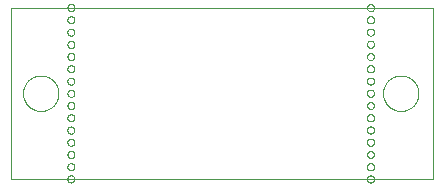
<source format=gbr>
G04 EAGLE Gerber RS-274X export*
G75*
%MOMM*%
%FSLAX34Y34*%
%LPD*%
%AMOC8*
5,1,8,0,0,1.08239X$1,22.5*%
G01*
%ADD10C,0.025400*%
%ADD11C,0.000000*%


D10*
X0Y0D02*
X357200Y0D01*
X357200Y145100D01*
X0Y145100D01*
X0Y0D01*
D11*
X10400Y72550D02*
X10405Y72918D01*
X10418Y73286D01*
X10441Y73653D01*
X10472Y74020D01*
X10513Y74386D01*
X10562Y74751D01*
X10621Y75114D01*
X10688Y75476D01*
X10764Y75837D01*
X10850Y76195D01*
X10943Y76551D01*
X11046Y76904D01*
X11157Y77255D01*
X11277Y77603D01*
X11405Y77948D01*
X11542Y78290D01*
X11687Y78629D01*
X11840Y78963D01*
X12002Y79294D01*
X12171Y79621D01*
X12349Y79943D01*
X12534Y80262D01*
X12727Y80575D01*
X12928Y80884D01*
X13136Y81187D01*
X13352Y81485D01*
X13575Y81778D01*
X13805Y82066D01*
X14042Y82348D01*
X14286Y82623D01*
X14536Y82893D01*
X14793Y83157D01*
X15057Y83414D01*
X15327Y83664D01*
X15602Y83908D01*
X15884Y84145D01*
X16172Y84375D01*
X16465Y84598D01*
X16763Y84814D01*
X17066Y85022D01*
X17375Y85223D01*
X17688Y85416D01*
X18007Y85601D01*
X18329Y85779D01*
X18656Y85948D01*
X18987Y86110D01*
X19321Y86263D01*
X19660Y86408D01*
X20002Y86545D01*
X20347Y86673D01*
X20695Y86793D01*
X21046Y86904D01*
X21399Y87007D01*
X21755Y87100D01*
X22113Y87186D01*
X22474Y87262D01*
X22836Y87329D01*
X23199Y87388D01*
X23564Y87437D01*
X23930Y87478D01*
X24297Y87509D01*
X24664Y87532D01*
X25032Y87545D01*
X25400Y87550D01*
X25768Y87545D01*
X26136Y87532D01*
X26503Y87509D01*
X26870Y87478D01*
X27236Y87437D01*
X27601Y87388D01*
X27964Y87329D01*
X28326Y87262D01*
X28687Y87186D01*
X29045Y87100D01*
X29401Y87007D01*
X29754Y86904D01*
X30105Y86793D01*
X30453Y86673D01*
X30798Y86545D01*
X31140Y86408D01*
X31479Y86263D01*
X31813Y86110D01*
X32144Y85948D01*
X32471Y85779D01*
X32793Y85601D01*
X33112Y85416D01*
X33425Y85223D01*
X33734Y85022D01*
X34037Y84814D01*
X34335Y84598D01*
X34628Y84375D01*
X34916Y84145D01*
X35198Y83908D01*
X35473Y83664D01*
X35743Y83414D01*
X36007Y83157D01*
X36264Y82893D01*
X36514Y82623D01*
X36758Y82348D01*
X36995Y82066D01*
X37225Y81778D01*
X37448Y81485D01*
X37664Y81187D01*
X37872Y80884D01*
X38073Y80575D01*
X38266Y80262D01*
X38451Y79943D01*
X38629Y79621D01*
X38798Y79294D01*
X38960Y78963D01*
X39113Y78629D01*
X39258Y78290D01*
X39395Y77948D01*
X39523Y77603D01*
X39643Y77255D01*
X39754Y76904D01*
X39857Y76551D01*
X39950Y76195D01*
X40036Y75837D01*
X40112Y75476D01*
X40179Y75114D01*
X40238Y74751D01*
X40287Y74386D01*
X40328Y74020D01*
X40359Y73653D01*
X40382Y73286D01*
X40395Y72918D01*
X40400Y72550D01*
X40395Y72182D01*
X40382Y71814D01*
X40359Y71447D01*
X40328Y71080D01*
X40287Y70714D01*
X40238Y70349D01*
X40179Y69986D01*
X40112Y69624D01*
X40036Y69263D01*
X39950Y68905D01*
X39857Y68549D01*
X39754Y68196D01*
X39643Y67845D01*
X39523Y67497D01*
X39395Y67152D01*
X39258Y66810D01*
X39113Y66471D01*
X38960Y66137D01*
X38798Y65806D01*
X38629Y65479D01*
X38451Y65157D01*
X38266Y64838D01*
X38073Y64525D01*
X37872Y64216D01*
X37664Y63913D01*
X37448Y63615D01*
X37225Y63322D01*
X36995Y63034D01*
X36758Y62752D01*
X36514Y62477D01*
X36264Y62207D01*
X36007Y61943D01*
X35743Y61686D01*
X35473Y61436D01*
X35198Y61192D01*
X34916Y60955D01*
X34628Y60725D01*
X34335Y60502D01*
X34037Y60286D01*
X33734Y60078D01*
X33425Y59877D01*
X33112Y59684D01*
X32793Y59499D01*
X32471Y59321D01*
X32144Y59152D01*
X31813Y58990D01*
X31479Y58837D01*
X31140Y58692D01*
X30798Y58555D01*
X30453Y58427D01*
X30105Y58307D01*
X29754Y58196D01*
X29401Y58093D01*
X29045Y58000D01*
X28687Y57914D01*
X28326Y57838D01*
X27964Y57771D01*
X27601Y57712D01*
X27236Y57663D01*
X26870Y57622D01*
X26503Y57591D01*
X26136Y57568D01*
X25768Y57555D01*
X25400Y57550D01*
X25032Y57555D01*
X24664Y57568D01*
X24297Y57591D01*
X23930Y57622D01*
X23564Y57663D01*
X23199Y57712D01*
X22836Y57771D01*
X22474Y57838D01*
X22113Y57914D01*
X21755Y58000D01*
X21399Y58093D01*
X21046Y58196D01*
X20695Y58307D01*
X20347Y58427D01*
X20002Y58555D01*
X19660Y58692D01*
X19321Y58837D01*
X18987Y58990D01*
X18656Y59152D01*
X18329Y59321D01*
X18007Y59499D01*
X17688Y59684D01*
X17375Y59877D01*
X17066Y60078D01*
X16763Y60286D01*
X16465Y60502D01*
X16172Y60725D01*
X15884Y60955D01*
X15602Y61192D01*
X15327Y61436D01*
X15057Y61686D01*
X14793Y61943D01*
X14536Y62207D01*
X14286Y62477D01*
X14042Y62752D01*
X13805Y63034D01*
X13575Y63322D01*
X13352Y63615D01*
X13136Y63913D01*
X12928Y64216D01*
X12727Y64525D01*
X12534Y64838D01*
X12349Y65157D01*
X12171Y65479D01*
X12002Y65806D01*
X11840Y66137D01*
X11687Y66471D01*
X11542Y66810D01*
X11405Y67152D01*
X11277Y67497D01*
X11157Y67845D01*
X11046Y68196D01*
X10943Y68549D01*
X10850Y68905D01*
X10764Y69263D01*
X10688Y69624D01*
X10621Y69986D01*
X10562Y70349D01*
X10513Y70714D01*
X10472Y71080D01*
X10441Y71447D01*
X10418Y71814D01*
X10405Y72182D01*
X10400Y72550D01*
X315200Y72550D02*
X315205Y72918D01*
X315218Y73286D01*
X315241Y73653D01*
X315272Y74020D01*
X315313Y74386D01*
X315362Y74751D01*
X315421Y75114D01*
X315488Y75476D01*
X315564Y75837D01*
X315650Y76195D01*
X315743Y76551D01*
X315846Y76904D01*
X315957Y77255D01*
X316077Y77603D01*
X316205Y77948D01*
X316342Y78290D01*
X316487Y78629D01*
X316640Y78963D01*
X316802Y79294D01*
X316971Y79621D01*
X317149Y79943D01*
X317334Y80262D01*
X317527Y80575D01*
X317728Y80884D01*
X317936Y81187D01*
X318152Y81485D01*
X318375Y81778D01*
X318605Y82066D01*
X318842Y82348D01*
X319086Y82623D01*
X319336Y82893D01*
X319593Y83157D01*
X319857Y83414D01*
X320127Y83664D01*
X320402Y83908D01*
X320684Y84145D01*
X320972Y84375D01*
X321265Y84598D01*
X321563Y84814D01*
X321866Y85022D01*
X322175Y85223D01*
X322488Y85416D01*
X322807Y85601D01*
X323129Y85779D01*
X323456Y85948D01*
X323787Y86110D01*
X324121Y86263D01*
X324460Y86408D01*
X324802Y86545D01*
X325147Y86673D01*
X325495Y86793D01*
X325846Y86904D01*
X326199Y87007D01*
X326555Y87100D01*
X326913Y87186D01*
X327274Y87262D01*
X327636Y87329D01*
X327999Y87388D01*
X328364Y87437D01*
X328730Y87478D01*
X329097Y87509D01*
X329464Y87532D01*
X329832Y87545D01*
X330200Y87550D01*
X330568Y87545D01*
X330936Y87532D01*
X331303Y87509D01*
X331670Y87478D01*
X332036Y87437D01*
X332401Y87388D01*
X332764Y87329D01*
X333126Y87262D01*
X333487Y87186D01*
X333845Y87100D01*
X334201Y87007D01*
X334554Y86904D01*
X334905Y86793D01*
X335253Y86673D01*
X335598Y86545D01*
X335940Y86408D01*
X336279Y86263D01*
X336613Y86110D01*
X336944Y85948D01*
X337271Y85779D01*
X337593Y85601D01*
X337912Y85416D01*
X338225Y85223D01*
X338534Y85022D01*
X338837Y84814D01*
X339135Y84598D01*
X339428Y84375D01*
X339716Y84145D01*
X339998Y83908D01*
X340273Y83664D01*
X340543Y83414D01*
X340807Y83157D01*
X341064Y82893D01*
X341314Y82623D01*
X341558Y82348D01*
X341795Y82066D01*
X342025Y81778D01*
X342248Y81485D01*
X342464Y81187D01*
X342672Y80884D01*
X342873Y80575D01*
X343066Y80262D01*
X343251Y79943D01*
X343429Y79621D01*
X343598Y79294D01*
X343760Y78963D01*
X343913Y78629D01*
X344058Y78290D01*
X344195Y77948D01*
X344323Y77603D01*
X344443Y77255D01*
X344554Y76904D01*
X344657Y76551D01*
X344750Y76195D01*
X344836Y75837D01*
X344912Y75476D01*
X344979Y75114D01*
X345038Y74751D01*
X345087Y74386D01*
X345128Y74020D01*
X345159Y73653D01*
X345182Y73286D01*
X345195Y72918D01*
X345200Y72550D01*
X345195Y72182D01*
X345182Y71814D01*
X345159Y71447D01*
X345128Y71080D01*
X345087Y70714D01*
X345038Y70349D01*
X344979Y69986D01*
X344912Y69624D01*
X344836Y69263D01*
X344750Y68905D01*
X344657Y68549D01*
X344554Y68196D01*
X344443Y67845D01*
X344323Y67497D01*
X344195Y67152D01*
X344058Y66810D01*
X343913Y66471D01*
X343760Y66137D01*
X343598Y65806D01*
X343429Y65479D01*
X343251Y65157D01*
X343066Y64838D01*
X342873Y64525D01*
X342672Y64216D01*
X342464Y63913D01*
X342248Y63615D01*
X342025Y63322D01*
X341795Y63034D01*
X341558Y62752D01*
X341314Y62477D01*
X341064Y62207D01*
X340807Y61943D01*
X340543Y61686D01*
X340273Y61436D01*
X339998Y61192D01*
X339716Y60955D01*
X339428Y60725D01*
X339135Y60502D01*
X338837Y60286D01*
X338534Y60078D01*
X338225Y59877D01*
X337912Y59684D01*
X337593Y59499D01*
X337271Y59321D01*
X336944Y59152D01*
X336613Y58990D01*
X336279Y58837D01*
X335940Y58692D01*
X335598Y58555D01*
X335253Y58427D01*
X334905Y58307D01*
X334554Y58196D01*
X334201Y58093D01*
X333845Y58000D01*
X333487Y57914D01*
X333126Y57838D01*
X332764Y57771D01*
X332401Y57712D01*
X332036Y57663D01*
X331670Y57622D01*
X331303Y57591D01*
X330936Y57568D01*
X330568Y57555D01*
X330200Y57550D01*
X329832Y57555D01*
X329464Y57568D01*
X329097Y57591D01*
X328730Y57622D01*
X328364Y57663D01*
X327999Y57712D01*
X327636Y57771D01*
X327274Y57838D01*
X326913Y57914D01*
X326555Y58000D01*
X326199Y58093D01*
X325846Y58196D01*
X325495Y58307D01*
X325147Y58427D01*
X324802Y58555D01*
X324460Y58692D01*
X324121Y58837D01*
X323787Y58990D01*
X323456Y59152D01*
X323129Y59321D01*
X322807Y59499D01*
X322488Y59684D01*
X322175Y59877D01*
X321866Y60078D01*
X321563Y60286D01*
X321265Y60502D01*
X320972Y60725D01*
X320684Y60955D01*
X320402Y61192D01*
X320127Y61436D01*
X319857Y61686D01*
X319593Y61943D01*
X319336Y62207D01*
X319086Y62477D01*
X318842Y62752D01*
X318605Y63034D01*
X318375Y63322D01*
X318152Y63615D01*
X317936Y63913D01*
X317728Y64216D01*
X317527Y64525D01*
X317334Y64838D01*
X317149Y65157D01*
X316971Y65479D01*
X316802Y65806D01*
X316640Y66137D01*
X316487Y66471D01*
X316342Y66810D01*
X316205Y67152D01*
X316077Y67497D01*
X315957Y67845D01*
X315846Y68196D01*
X315743Y68549D01*
X315650Y68905D01*
X315564Y69263D01*
X315488Y69624D01*
X315421Y69986D01*
X315362Y70349D01*
X315313Y70714D01*
X315272Y71080D01*
X315241Y71447D01*
X315218Y71814D01*
X315205Y72182D01*
X315200Y72550D01*
X48000Y0D02*
X48002Y109D01*
X48008Y218D01*
X48018Y326D01*
X48032Y434D01*
X48049Y542D01*
X48071Y649D01*
X48096Y755D01*
X48126Y859D01*
X48159Y963D01*
X48196Y1066D01*
X48236Y1167D01*
X48280Y1266D01*
X48328Y1364D01*
X48380Y1461D01*
X48434Y1555D01*
X48492Y1647D01*
X48554Y1737D01*
X48619Y1824D01*
X48686Y1910D01*
X48757Y1993D01*
X48831Y2073D01*
X48908Y2150D01*
X48987Y2225D01*
X49069Y2296D01*
X49154Y2365D01*
X49241Y2430D01*
X49330Y2493D01*
X49422Y2551D01*
X49516Y2607D01*
X49611Y2659D01*
X49709Y2708D01*
X49808Y2753D01*
X49909Y2795D01*
X50011Y2832D01*
X50114Y2866D01*
X50219Y2897D01*
X50325Y2923D01*
X50431Y2946D01*
X50539Y2964D01*
X50647Y2979D01*
X50755Y2990D01*
X50864Y2997D01*
X50973Y3000D01*
X51082Y2999D01*
X51191Y2994D01*
X51299Y2985D01*
X51407Y2972D01*
X51515Y2955D01*
X51622Y2935D01*
X51728Y2910D01*
X51833Y2882D01*
X51937Y2850D01*
X52040Y2814D01*
X52142Y2774D01*
X52242Y2731D01*
X52340Y2684D01*
X52437Y2634D01*
X52531Y2580D01*
X52624Y2522D01*
X52715Y2462D01*
X52803Y2398D01*
X52889Y2331D01*
X52972Y2261D01*
X53053Y2188D01*
X53131Y2112D01*
X53206Y2033D01*
X53279Y1951D01*
X53348Y1867D01*
X53414Y1781D01*
X53477Y1692D01*
X53537Y1601D01*
X53594Y1508D01*
X53647Y1413D01*
X53696Y1316D01*
X53742Y1217D01*
X53784Y1117D01*
X53823Y1015D01*
X53858Y911D01*
X53889Y807D01*
X53917Y702D01*
X53940Y595D01*
X53960Y488D01*
X53976Y380D01*
X53988Y272D01*
X53996Y163D01*
X54000Y54D01*
X54000Y-54D01*
X53996Y-163D01*
X53988Y-272D01*
X53976Y-380D01*
X53960Y-488D01*
X53940Y-595D01*
X53917Y-702D01*
X53889Y-807D01*
X53858Y-911D01*
X53823Y-1015D01*
X53784Y-1117D01*
X53742Y-1217D01*
X53696Y-1316D01*
X53647Y-1413D01*
X53594Y-1508D01*
X53537Y-1601D01*
X53477Y-1692D01*
X53414Y-1781D01*
X53348Y-1867D01*
X53279Y-1951D01*
X53206Y-2033D01*
X53131Y-2112D01*
X53053Y-2188D01*
X52972Y-2261D01*
X52889Y-2331D01*
X52803Y-2398D01*
X52715Y-2462D01*
X52624Y-2522D01*
X52531Y-2580D01*
X52437Y-2634D01*
X52340Y-2684D01*
X52242Y-2731D01*
X52142Y-2774D01*
X52040Y-2814D01*
X51937Y-2850D01*
X51833Y-2882D01*
X51728Y-2910D01*
X51622Y-2935D01*
X51515Y-2955D01*
X51407Y-2972D01*
X51299Y-2985D01*
X51191Y-2994D01*
X51082Y-2999D01*
X50973Y-3000D01*
X50864Y-2997D01*
X50755Y-2990D01*
X50647Y-2979D01*
X50539Y-2964D01*
X50431Y-2946D01*
X50325Y-2923D01*
X50219Y-2897D01*
X50114Y-2866D01*
X50011Y-2832D01*
X49909Y-2795D01*
X49808Y-2753D01*
X49709Y-2708D01*
X49611Y-2659D01*
X49516Y-2607D01*
X49422Y-2551D01*
X49330Y-2493D01*
X49241Y-2430D01*
X49154Y-2365D01*
X49069Y-2296D01*
X48987Y-2225D01*
X48908Y-2150D01*
X48831Y-2073D01*
X48757Y-1993D01*
X48686Y-1910D01*
X48619Y-1824D01*
X48554Y-1737D01*
X48492Y-1647D01*
X48434Y-1555D01*
X48380Y-1461D01*
X48328Y-1364D01*
X48280Y-1266D01*
X48236Y-1167D01*
X48196Y-1066D01*
X48159Y-963D01*
X48126Y-859D01*
X48096Y-755D01*
X48071Y-649D01*
X48049Y-542D01*
X48032Y-434D01*
X48018Y-326D01*
X48008Y-218D01*
X48002Y-109D01*
X48000Y0D01*
X301600Y0D02*
X301602Y109D01*
X301608Y218D01*
X301618Y326D01*
X301632Y434D01*
X301649Y542D01*
X301671Y649D01*
X301696Y755D01*
X301726Y859D01*
X301759Y963D01*
X301796Y1066D01*
X301836Y1167D01*
X301880Y1266D01*
X301928Y1364D01*
X301980Y1461D01*
X302034Y1555D01*
X302092Y1647D01*
X302154Y1737D01*
X302219Y1824D01*
X302286Y1910D01*
X302357Y1993D01*
X302431Y2073D01*
X302508Y2150D01*
X302587Y2225D01*
X302669Y2296D01*
X302754Y2365D01*
X302841Y2430D01*
X302930Y2493D01*
X303022Y2551D01*
X303116Y2607D01*
X303211Y2659D01*
X303309Y2708D01*
X303408Y2753D01*
X303509Y2795D01*
X303611Y2832D01*
X303714Y2866D01*
X303819Y2897D01*
X303925Y2923D01*
X304031Y2946D01*
X304139Y2964D01*
X304247Y2979D01*
X304355Y2990D01*
X304464Y2997D01*
X304573Y3000D01*
X304682Y2999D01*
X304791Y2994D01*
X304899Y2985D01*
X305007Y2972D01*
X305115Y2955D01*
X305222Y2935D01*
X305328Y2910D01*
X305433Y2882D01*
X305537Y2850D01*
X305640Y2814D01*
X305742Y2774D01*
X305842Y2731D01*
X305940Y2684D01*
X306037Y2634D01*
X306131Y2580D01*
X306224Y2522D01*
X306315Y2462D01*
X306403Y2398D01*
X306489Y2331D01*
X306572Y2261D01*
X306653Y2188D01*
X306731Y2112D01*
X306806Y2033D01*
X306879Y1951D01*
X306948Y1867D01*
X307014Y1781D01*
X307077Y1692D01*
X307137Y1601D01*
X307194Y1508D01*
X307247Y1413D01*
X307296Y1316D01*
X307342Y1217D01*
X307384Y1117D01*
X307423Y1015D01*
X307458Y911D01*
X307489Y807D01*
X307517Y702D01*
X307540Y595D01*
X307560Y488D01*
X307576Y380D01*
X307588Y272D01*
X307596Y163D01*
X307600Y54D01*
X307600Y-54D01*
X307596Y-163D01*
X307588Y-272D01*
X307576Y-380D01*
X307560Y-488D01*
X307540Y-595D01*
X307517Y-702D01*
X307489Y-807D01*
X307458Y-911D01*
X307423Y-1015D01*
X307384Y-1117D01*
X307342Y-1217D01*
X307296Y-1316D01*
X307247Y-1413D01*
X307194Y-1508D01*
X307137Y-1601D01*
X307077Y-1692D01*
X307014Y-1781D01*
X306948Y-1867D01*
X306879Y-1951D01*
X306806Y-2033D01*
X306731Y-2112D01*
X306653Y-2188D01*
X306572Y-2261D01*
X306489Y-2331D01*
X306403Y-2398D01*
X306315Y-2462D01*
X306224Y-2522D01*
X306131Y-2580D01*
X306037Y-2634D01*
X305940Y-2684D01*
X305842Y-2731D01*
X305742Y-2774D01*
X305640Y-2814D01*
X305537Y-2850D01*
X305433Y-2882D01*
X305328Y-2910D01*
X305222Y-2935D01*
X305115Y-2955D01*
X305007Y-2972D01*
X304899Y-2985D01*
X304791Y-2994D01*
X304682Y-2999D01*
X304573Y-3000D01*
X304464Y-2997D01*
X304355Y-2990D01*
X304247Y-2979D01*
X304139Y-2964D01*
X304031Y-2946D01*
X303925Y-2923D01*
X303819Y-2897D01*
X303714Y-2866D01*
X303611Y-2832D01*
X303509Y-2795D01*
X303408Y-2753D01*
X303309Y-2708D01*
X303211Y-2659D01*
X303116Y-2607D01*
X303022Y-2551D01*
X302930Y-2493D01*
X302841Y-2430D01*
X302754Y-2365D01*
X302669Y-2296D01*
X302587Y-2225D01*
X302508Y-2150D01*
X302431Y-2073D01*
X302357Y-1993D01*
X302286Y-1910D01*
X302219Y-1824D01*
X302154Y-1737D01*
X302092Y-1647D01*
X302034Y-1555D01*
X301980Y-1461D01*
X301928Y-1364D01*
X301880Y-1266D01*
X301836Y-1167D01*
X301796Y-1066D01*
X301759Y-963D01*
X301726Y-859D01*
X301696Y-755D01*
X301671Y-649D01*
X301649Y-542D01*
X301632Y-434D01*
X301618Y-326D01*
X301608Y-218D01*
X301602Y-109D01*
X301600Y0D01*
X48000Y10364D02*
X48002Y10473D01*
X48008Y10582D01*
X48018Y10690D01*
X48032Y10798D01*
X48049Y10906D01*
X48071Y11013D01*
X48096Y11119D01*
X48126Y11223D01*
X48159Y11327D01*
X48196Y11430D01*
X48236Y11531D01*
X48280Y11630D01*
X48328Y11728D01*
X48380Y11825D01*
X48434Y11919D01*
X48492Y12011D01*
X48554Y12101D01*
X48619Y12188D01*
X48686Y12274D01*
X48757Y12357D01*
X48831Y12437D01*
X48908Y12514D01*
X48987Y12589D01*
X49069Y12660D01*
X49154Y12729D01*
X49241Y12794D01*
X49330Y12857D01*
X49422Y12915D01*
X49516Y12971D01*
X49611Y13023D01*
X49709Y13072D01*
X49808Y13117D01*
X49909Y13159D01*
X50011Y13196D01*
X50114Y13230D01*
X50219Y13261D01*
X50325Y13287D01*
X50431Y13310D01*
X50539Y13328D01*
X50647Y13343D01*
X50755Y13354D01*
X50864Y13361D01*
X50973Y13364D01*
X51082Y13363D01*
X51191Y13358D01*
X51299Y13349D01*
X51407Y13336D01*
X51515Y13319D01*
X51622Y13299D01*
X51728Y13274D01*
X51833Y13246D01*
X51937Y13214D01*
X52040Y13178D01*
X52142Y13138D01*
X52242Y13095D01*
X52340Y13048D01*
X52437Y12998D01*
X52531Y12944D01*
X52624Y12886D01*
X52715Y12826D01*
X52803Y12762D01*
X52889Y12695D01*
X52972Y12625D01*
X53053Y12552D01*
X53131Y12476D01*
X53206Y12397D01*
X53279Y12315D01*
X53348Y12231D01*
X53414Y12145D01*
X53477Y12056D01*
X53537Y11965D01*
X53594Y11872D01*
X53647Y11777D01*
X53696Y11680D01*
X53742Y11581D01*
X53784Y11481D01*
X53823Y11379D01*
X53858Y11275D01*
X53889Y11171D01*
X53917Y11066D01*
X53940Y10959D01*
X53960Y10852D01*
X53976Y10744D01*
X53988Y10636D01*
X53996Y10527D01*
X54000Y10418D01*
X54000Y10310D01*
X53996Y10201D01*
X53988Y10092D01*
X53976Y9984D01*
X53960Y9876D01*
X53940Y9769D01*
X53917Y9662D01*
X53889Y9557D01*
X53858Y9453D01*
X53823Y9349D01*
X53784Y9247D01*
X53742Y9147D01*
X53696Y9048D01*
X53647Y8951D01*
X53594Y8856D01*
X53537Y8763D01*
X53477Y8672D01*
X53414Y8583D01*
X53348Y8497D01*
X53279Y8413D01*
X53206Y8331D01*
X53131Y8252D01*
X53053Y8176D01*
X52972Y8103D01*
X52889Y8033D01*
X52803Y7966D01*
X52715Y7902D01*
X52624Y7842D01*
X52531Y7784D01*
X52437Y7730D01*
X52340Y7680D01*
X52242Y7633D01*
X52142Y7590D01*
X52040Y7550D01*
X51937Y7514D01*
X51833Y7482D01*
X51728Y7454D01*
X51622Y7429D01*
X51515Y7409D01*
X51407Y7392D01*
X51299Y7379D01*
X51191Y7370D01*
X51082Y7365D01*
X50973Y7364D01*
X50864Y7367D01*
X50755Y7374D01*
X50647Y7385D01*
X50539Y7400D01*
X50431Y7418D01*
X50325Y7441D01*
X50219Y7467D01*
X50114Y7498D01*
X50011Y7532D01*
X49909Y7569D01*
X49808Y7611D01*
X49709Y7656D01*
X49611Y7705D01*
X49516Y7757D01*
X49422Y7813D01*
X49330Y7871D01*
X49241Y7934D01*
X49154Y7999D01*
X49069Y8068D01*
X48987Y8139D01*
X48908Y8214D01*
X48831Y8291D01*
X48757Y8371D01*
X48686Y8454D01*
X48619Y8540D01*
X48554Y8627D01*
X48492Y8717D01*
X48434Y8809D01*
X48380Y8903D01*
X48328Y9000D01*
X48280Y9098D01*
X48236Y9197D01*
X48196Y9298D01*
X48159Y9401D01*
X48126Y9505D01*
X48096Y9609D01*
X48071Y9715D01*
X48049Y9822D01*
X48032Y9930D01*
X48018Y10038D01*
X48008Y10146D01*
X48002Y10255D01*
X48000Y10364D01*
X48000Y20728D02*
X48002Y20837D01*
X48008Y20946D01*
X48018Y21054D01*
X48032Y21162D01*
X48049Y21270D01*
X48071Y21377D01*
X48096Y21483D01*
X48126Y21587D01*
X48159Y21691D01*
X48196Y21794D01*
X48236Y21895D01*
X48280Y21994D01*
X48328Y22092D01*
X48380Y22189D01*
X48434Y22283D01*
X48492Y22375D01*
X48554Y22465D01*
X48619Y22552D01*
X48686Y22638D01*
X48757Y22721D01*
X48831Y22801D01*
X48908Y22878D01*
X48987Y22953D01*
X49069Y23024D01*
X49154Y23093D01*
X49241Y23158D01*
X49330Y23221D01*
X49422Y23279D01*
X49516Y23335D01*
X49611Y23387D01*
X49709Y23436D01*
X49808Y23481D01*
X49909Y23523D01*
X50011Y23560D01*
X50114Y23594D01*
X50219Y23625D01*
X50325Y23651D01*
X50431Y23674D01*
X50539Y23692D01*
X50647Y23707D01*
X50755Y23718D01*
X50864Y23725D01*
X50973Y23728D01*
X51082Y23727D01*
X51191Y23722D01*
X51299Y23713D01*
X51407Y23700D01*
X51515Y23683D01*
X51622Y23663D01*
X51728Y23638D01*
X51833Y23610D01*
X51937Y23578D01*
X52040Y23542D01*
X52142Y23502D01*
X52242Y23459D01*
X52340Y23412D01*
X52437Y23362D01*
X52531Y23308D01*
X52624Y23250D01*
X52715Y23190D01*
X52803Y23126D01*
X52889Y23059D01*
X52972Y22989D01*
X53053Y22916D01*
X53131Y22840D01*
X53206Y22761D01*
X53279Y22679D01*
X53348Y22595D01*
X53414Y22509D01*
X53477Y22420D01*
X53537Y22329D01*
X53594Y22236D01*
X53647Y22141D01*
X53696Y22044D01*
X53742Y21945D01*
X53784Y21845D01*
X53823Y21743D01*
X53858Y21639D01*
X53889Y21535D01*
X53917Y21430D01*
X53940Y21323D01*
X53960Y21216D01*
X53976Y21108D01*
X53988Y21000D01*
X53996Y20891D01*
X54000Y20782D01*
X54000Y20674D01*
X53996Y20565D01*
X53988Y20456D01*
X53976Y20348D01*
X53960Y20240D01*
X53940Y20133D01*
X53917Y20026D01*
X53889Y19921D01*
X53858Y19817D01*
X53823Y19713D01*
X53784Y19611D01*
X53742Y19511D01*
X53696Y19412D01*
X53647Y19315D01*
X53594Y19220D01*
X53537Y19127D01*
X53477Y19036D01*
X53414Y18947D01*
X53348Y18861D01*
X53279Y18777D01*
X53206Y18695D01*
X53131Y18616D01*
X53053Y18540D01*
X52972Y18467D01*
X52889Y18397D01*
X52803Y18330D01*
X52715Y18266D01*
X52624Y18206D01*
X52531Y18148D01*
X52437Y18094D01*
X52340Y18044D01*
X52242Y17997D01*
X52142Y17954D01*
X52040Y17914D01*
X51937Y17878D01*
X51833Y17846D01*
X51728Y17818D01*
X51622Y17793D01*
X51515Y17773D01*
X51407Y17756D01*
X51299Y17743D01*
X51191Y17734D01*
X51082Y17729D01*
X50973Y17728D01*
X50864Y17731D01*
X50755Y17738D01*
X50647Y17749D01*
X50539Y17764D01*
X50431Y17782D01*
X50325Y17805D01*
X50219Y17831D01*
X50114Y17862D01*
X50011Y17896D01*
X49909Y17933D01*
X49808Y17975D01*
X49709Y18020D01*
X49611Y18069D01*
X49516Y18121D01*
X49422Y18177D01*
X49330Y18235D01*
X49241Y18298D01*
X49154Y18363D01*
X49069Y18432D01*
X48987Y18503D01*
X48908Y18578D01*
X48831Y18655D01*
X48757Y18735D01*
X48686Y18818D01*
X48619Y18904D01*
X48554Y18991D01*
X48492Y19081D01*
X48434Y19173D01*
X48380Y19267D01*
X48328Y19364D01*
X48280Y19462D01*
X48236Y19561D01*
X48196Y19662D01*
X48159Y19765D01*
X48126Y19869D01*
X48096Y19973D01*
X48071Y20079D01*
X48049Y20186D01*
X48032Y20294D01*
X48018Y20402D01*
X48008Y20510D01*
X48002Y20619D01*
X48000Y20728D01*
X48000Y31092D02*
X48002Y31201D01*
X48008Y31310D01*
X48018Y31418D01*
X48032Y31526D01*
X48049Y31634D01*
X48071Y31741D01*
X48096Y31847D01*
X48126Y31951D01*
X48159Y32055D01*
X48196Y32158D01*
X48236Y32259D01*
X48280Y32358D01*
X48328Y32456D01*
X48380Y32553D01*
X48434Y32647D01*
X48492Y32739D01*
X48554Y32829D01*
X48619Y32916D01*
X48686Y33002D01*
X48757Y33085D01*
X48831Y33165D01*
X48908Y33242D01*
X48987Y33317D01*
X49069Y33388D01*
X49154Y33457D01*
X49241Y33522D01*
X49330Y33585D01*
X49422Y33643D01*
X49516Y33699D01*
X49611Y33751D01*
X49709Y33800D01*
X49808Y33845D01*
X49909Y33887D01*
X50011Y33924D01*
X50114Y33958D01*
X50219Y33989D01*
X50325Y34015D01*
X50431Y34038D01*
X50539Y34056D01*
X50647Y34071D01*
X50755Y34082D01*
X50864Y34089D01*
X50973Y34092D01*
X51082Y34091D01*
X51191Y34086D01*
X51299Y34077D01*
X51407Y34064D01*
X51515Y34047D01*
X51622Y34027D01*
X51728Y34002D01*
X51833Y33974D01*
X51937Y33942D01*
X52040Y33906D01*
X52142Y33866D01*
X52242Y33823D01*
X52340Y33776D01*
X52437Y33726D01*
X52531Y33672D01*
X52624Y33614D01*
X52715Y33554D01*
X52803Y33490D01*
X52889Y33423D01*
X52972Y33353D01*
X53053Y33280D01*
X53131Y33204D01*
X53206Y33125D01*
X53279Y33043D01*
X53348Y32959D01*
X53414Y32873D01*
X53477Y32784D01*
X53537Y32693D01*
X53594Y32600D01*
X53647Y32505D01*
X53696Y32408D01*
X53742Y32309D01*
X53784Y32209D01*
X53823Y32107D01*
X53858Y32003D01*
X53889Y31899D01*
X53917Y31794D01*
X53940Y31687D01*
X53960Y31580D01*
X53976Y31472D01*
X53988Y31364D01*
X53996Y31255D01*
X54000Y31146D01*
X54000Y31038D01*
X53996Y30929D01*
X53988Y30820D01*
X53976Y30712D01*
X53960Y30604D01*
X53940Y30497D01*
X53917Y30390D01*
X53889Y30285D01*
X53858Y30181D01*
X53823Y30077D01*
X53784Y29975D01*
X53742Y29875D01*
X53696Y29776D01*
X53647Y29679D01*
X53594Y29584D01*
X53537Y29491D01*
X53477Y29400D01*
X53414Y29311D01*
X53348Y29225D01*
X53279Y29141D01*
X53206Y29059D01*
X53131Y28980D01*
X53053Y28904D01*
X52972Y28831D01*
X52889Y28761D01*
X52803Y28694D01*
X52715Y28630D01*
X52624Y28570D01*
X52531Y28512D01*
X52437Y28458D01*
X52340Y28408D01*
X52242Y28361D01*
X52142Y28318D01*
X52040Y28278D01*
X51937Y28242D01*
X51833Y28210D01*
X51728Y28182D01*
X51622Y28157D01*
X51515Y28137D01*
X51407Y28120D01*
X51299Y28107D01*
X51191Y28098D01*
X51082Y28093D01*
X50973Y28092D01*
X50864Y28095D01*
X50755Y28102D01*
X50647Y28113D01*
X50539Y28128D01*
X50431Y28146D01*
X50325Y28169D01*
X50219Y28195D01*
X50114Y28226D01*
X50011Y28260D01*
X49909Y28297D01*
X49808Y28339D01*
X49709Y28384D01*
X49611Y28433D01*
X49516Y28485D01*
X49422Y28541D01*
X49330Y28599D01*
X49241Y28662D01*
X49154Y28727D01*
X49069Y28796D01*
X48987Y28867D01*
X48908Y28942D01*
X48831Y29019D01*
X48757Y29099D01*
X48686Y29182D01*
X48619Y29268D01*
X48554Y29355D01*
X48492Y29445D01*
X48434Y29537D01*
X48380Y29631D01*
X48328Y29728D01*
X48280Y29826D01*
X48236Y29925D01*
X48196Y30026D01*
X48159Y30129D01*
X48126Y30233D01*
X48096Y30337D01*
X48071Y30443D01*
X48049Y30550D01*
X48032Y30658D01*
X48018Y30766D01*
X48008Y30874D01*
X48002Y30983D01*
X48000Y31092D01*
X48000Y41456D02*
X48002Y41565D01*
X48008Y41674D01*
X48018Y41782D01*
X48032Y41890D01*
X48049Y41998D01*
X48071Y42105D01*
X48096Y42211D01*
X48126Y42315D01*
X48159Y42419D01*
X48196Y42522D01*
X48236Y42623D01*
X48280Y42722D01*
X48328Y42820D01*
X48380Y42917D01*
X48434Y43011D01*
X48492Y43103D01*
X48554Y43193D01*
X48619Y43280D01*
X48686Y43366D01*
X48757Y43449D01*
X48831Y43529D01*
X48908Y43606D01*
X48987Y43681D01*
X49069Y43752D01*
X49154Y43821D01*
X49241Y43886D01*
X49330Y43949D01*
X49422Y44007D01*
X49516Y44063D01*
X49611Y44115D01*
X49709Y44164D01*
X49808Y44209D01*
X49909Y44251D01*
X50011Y44288D01*
X50114Y44322D01*
X50219Y44353D01*
X50325Y44379D01*
X50431Y44402D01*
X50539Y44420D01*
X50647Y44435D01*
X50755Y44446D01*
X50864Y44453D01*
X50973Y44456D01*
X51082Y44455D01*
X51191Y44450D01*
X51299Y44441D01*
X51407Y44428D01*
X51515Y44411D01*
X51622Y44391D01*
X51728Y44366D01*
X51833Y44338D01*
X51937Y44306D01*
X52040Y44270D01*
X52142Y44230D01*
X52242Y44187D01*
X52340Y44140D01*
X52437Y44090D01*
X52531Y44036D01*
X52624Y43978D01*
X52715Y43918D01*
X52803Y43854D01*
X52889Y43787D01*
X52972Y43717D01*
X53053Y43644D01*
X53131Y43568D01*
X53206Y43489D01*
X53279Y43407D01*
X53348Y43323D01*
X53414Y43237D01*
X53477Y43148D01*
X53537Y43057D01*
X53594Y42964D01*
X53647Y42869D01*
X53696Y42772D01*
X53742Y42673D01*
X53784Y42573D01*
X53823Y42471D01*
X53858Y42367D01*
X53889Y42263D01*
X53917Y42158D01*
X53940Y42051D01*
X53960Y41944D01*
X53976Y41836D01*
X53988Y41728D01*
X53996Y41619D01*
X54000Y41510D01*
X54000Y41402D01*
X53996Y41293D01*
X53988Y41184D01*
X53976Y41076D01*
X53960Y40968D01*
X53940Y40861D01*
X53917Y40754D01*
X53889Y40649D01*
X53858Y40545D01*
X53823Y40441D01*
X53784Y40339D01*
X53742Y40239D01*
X53696Y40140D01*
X53647Y40043D01*
X53594Y39948D01*
X53537Y39855D01*
X53477Y39764D01*
X53414Y39675D01*
X53348Y39589D01*
X53279Y39505D01*
X53206Y39423D01*
X53131Y39344D01*
X53053Y39268D01*
X52972Y39195D01*
X52889Y39125D01*
X52803Y39058D01*
X52715Y38994D01*
X52624Y38934D01*
X52531Y38876D01*
X52437Y38822D01*
X52340Y38772D01*
X52242Y38725D01*
X52142Y38682D01*
X52040Y38642D01*
X51937Y38606D01*
X51833Y38574D01*
X51728Y38546D01*
X51622Y38521D01*
X51515Y38501D01*
X51407Y38484D01*
X51299Y38471D01*
X51191Y38462D01*
X51082Y38457D01*
X50973Y38456D01*
X50864Y38459D01*
X50755Y38466D01*
X50647Y38477D01*
X50539Y38492D01*
X50431Y38510D01*
X50325Y38533D01*
X50219Y38559D01*
X50114Y38590D01*
X50011Y38624D01*
X49909Y38661D01*
X49808Y38703D01*
X49709Y38748D01*
X49611Y38797D01*
X49516Y38849D01*
X49422Y38905D01*
X49330Y38963D01*
X49241Y39026D01*
X49154Y39091D01*
X49069Y39160D01*
X48987Y39231D01*
X48908Y39306D01*
X48831Y39383D01*
X48757Y39463D01*
X48686Y39546D01*
X48619Y39632D01*
X48554Y39719D01*
X48492Y39809D01*
X48434Y39901D01*
X48380Y39995D01*
X48328Y40092D01*
X48280Y40190D01*
X48236Y40289D01*
X48196Y40390D01*
X48159Y40493D01*
X48126Y40597D01*
X48096Y40701D01*
X48071Y40807D01*
X48049Y40914D01*
X48032Y41022D01*
X48018Y41130D01*
X48008Y41238D01*
X48002Y41347D01*
X48000Y41456D01*
X48000Y51820D02*
X48002Y51929D01*
X48008Y52038D01*
X48018Y52146D01*
X48032Y52254D01*
X48049Y52362D01*
X48071Y52469D01*
X48096Y52575D01*
X48126Y52679D01*
X48159Y52783D01*
X48196Y52886D01*
X48236Y52987D01*
X48280Y53086D01*
X48328Y53184D01*
X48380Y53281D01*
X48434Y53375D01*
X48492Y53467D01*
X48554Y53557D01*
X48619Y53644D01*
X48686Y53730D01*
X48757Y53813D01*
X48831Y53893D01*
X48908Y53970D01*
X48987Y54045D01*
X49069Y54116D01*
X49154Y54185D01*
X49241Y54250D01*
X49330Y54313D01*
X49422Y54371D01*
X49516Y54427D01*
X49611Y54479D01*
X49709Y54528D01*
X49808Y54573D01*
X49909Y54615D01*
X50011Y54652D01*
X50114Y54686D01*
X50219Y54717D01*
X50325Y54743D01*
X50431Y54766D01*
X50539Y54784D01*
X50647Y54799D01*
X50755Y54810D01*
X50864Y54817D01*
X50973Y54820D01*
X51082Y54819D01*
X51191Y54814D01*
X51299Y54805D01*
X51407Y54792D01*
X51515Y54775D01*
X51622Y54755D01*
X51728Y54730D01*
X51833Y54702D01*
X51937Y54670D01*
X52040Y54634D01*
X52142Y54594D01*
X52242Y54551D01*
X52340Y54504D01*
X52437Y54454D01*
X52531Y54400D01*
X52624Y54342D01*
X52715Y54282D01*
X52803Y54218D01*
X52889Y54151D01*
X52972Y54081D01*
X53053Y54008D01*
X53131Y53932D01*
X53206Y53853D01*
X53279Y53771D01*
X53348Y53687D01*
X53414Y53601D01*
X53477Y53512D01*
X53537Y53421D01*
X53594Y53328D01*
X53647Y53233D01*
X53696Y53136D01*
X53742Y53037D01*
X53784Y52937D01*
X53823Y52835D01*
X53858Y52731D01*
X53889Y52627D01*
X53917Y52522D01*
X53940Y52415D01*
X53960Y52308D01*
X53976Y52200D01*
X53988Y52092D01*
X53996Y51983D01*
X54000Y51874D01*
X54000Y51766D01*
X53996Y51657D01*
X53988Y51548D01*
X53976Y51440D01*
X53960Y51332D01*
X53940Y51225D01*
X53917Y51118D01*
X53889Y51013D01*
X53858Y50909D01*
X53823Y50805D01*
X53784Y50703D01*
X53742Y50603D01*
X53696Y50504D01*
X53647Y50407D01*
X53594Y50312D01*
X53537Y50219D01*
X53477Y50128D01*
X53414Y50039D01*
X53348Y49953D01*
X53279Y49869D01*
X53206Y49787D01*
X53131Y49708D01*
X53053Y49632D01*
X52972Y49559D01*
X52889Y49489D01*
X52803Y49422D01*
X52715Y49358D01*
X52624Y49298D01*
X52531Y49240D01*
X52437Y49186D01*
X52340Y49136D01*
X52242Y49089D01*
X52142Y49046D01*
X52040Y49006D01*
X51937Y48970D01*
X51833Y48938D01*
X51728Y48910D01*
X51622Y48885D01*
X51515Y48865D01*
X51407Y48848D01*
X51299Y48835D01*
X51191Y48826D01*
X51082Y48821D01*
X50973Y48820D01*
X50864Y48823D01*
X50755Y48830D01*
X50647Y48841D01*
X50539Y48856D01*
X50431Y48874D01*
X50325Y48897D01*
X50219Y48923D01*
X50114Y48954D01*
X50011Y48988D01*
X49909Y49025D01*
X49808Y49067D01*
X49709Y49112D01*
X49611Y49161D01*
X49516Y49213D01*
X49422Y49269D01*
X49330Y49327D01*
X49241Y49390D01*
X49154Y49455D01*
X49069Y49524D01*
X48987Y49595D01*
X48908Y49670D01*
X48831Y49747D01*
X48757Y49827D01*
X48686Y49910D01*
X48619Y49996D01*
X48554Y50083D01*
X48492Y50173D01*
X48434Y50265D01*
X48380Y50359D01*
X48328Y50456D01*
X48280Y50554D01*
X48236Y50653D01*
X48196Y50754D01*
X48159Y50857D01*
X48126Y50961D01*
X48096Y51065D01*
X48071Y51171D01*
X48049Y51278D01*
X48032Y51386D01*
X48018Y51494D01*
X48008Y51602D01*
X48002Y51711D01*
X48000Y51820D01*
X48000Y62184D02*
X48002Y62293D01*
X48008Y62402D01*
X48018Y62510D01*
X48032Y62618D01*
X48049Y62726D01*
X48071Y62833D01*
X48096Y62939D01*
X48126Y63043D01*
X48159Y63147D01*
X48196Y63250D01*
X48236Y63351D01*
X48280Y63450D01*
X48328Y63548D01*
X48380Y63645D01*
X48434Y63739D01*
X48492Y63831D01*
X48554Y63921D01*
X48619Y64008D01*
X48686Y64094D01*
X48757Y64177D01*
X48831Y64257D01*
X48908Y64334D01*
X48987Y64409D01*
X49069Y64480D01*
X49154Y64549D01*
X49241Y64614D01*
X49330Y64677D01*
X49422Y64735D01*
X49516Y64791D01*
X49611Y64843D01*
X49709Y64892D01*
X49808Y64937D01*
X49909Y64979D01*
X50011Y65016D01*
X50114Y65050D01*
X50219Y65081D01*
X50325Y65107D01*
X50431Y65130D01*
X50539Y65148D01*
X50647Y65163D01*
X50755Y65174D01*
X50864Y65181D01*
X50973Y65184D01*
X51082Y65183D01*
X51191Y65178D01*
X51299Y65169D01*
X51407Y65156D01*
X51515Y65139D01*
X51622Y65119D01*
X51728Y65094D01*
X51833Y65066D01*
X51937Y65034D01*
X52040Y64998D01*
X52142Y64958D01*
X52242Y64915D01*
X52340Y64868D01*
X52437Y64818D01*
X52531Y64764D01*
X52624Y64706D01*
X52715Y64646D01*
X52803Y64582D01*
X52889Y64515D01*
X52972Y64445D01*
X53053Y64372D01*
X53131Y64296D01*
X53206Y64217D01*
X53279Y64135D01*
X53348Y64051D01*
X53414Y63965D01*
X53477Y63876D01*
X53537Y63785D01*
X53594Y63692D01*
X53647Y63597D01*
X53696Y63500D01*
X53742Y63401D01*
X53784Y63301D01*
X53823Y63199D01*
X53858Y63095D01*
X53889Y62991D01*
X53917Y62886D01*
X53940Y62779D01*
X53960Y62672D01*
X53976Y62564D01*
X53988Y62456D01*
X53996Y62347D01*
X54000Y62238D01*
X54000Y62130D01*
X53996Y62021D01*
X53988Y61912D01*
X53976Y61804D01*
X53960Y61696D01*
X53940Y61589D01*
X53917Y61482D01*
X53889Y61377D01*
X53858Y61273D01*
X53823Y61169D01*
X53784Y61067D01*
X53742Y60967D01*
X53696Y60868D01*
X53647Y60771D01*
X53594Y60676D01*
X53537Y60583D01*
X53477Y60492D01*
X53414Y60403D01*
X53348Y60317D01*
X53279Y60233D01*
X53206Y60151D01*
X53131Y60072D01*
X53053Y59996D01*
X52972Y59923D01*
X52889Y59853D01*
X52803Y59786D01*
X52715Y59722D01*
X52624Y59662D01*
X52531Y59604D01*
X52437Y59550D01*
X52340Y59500D01*
X52242Y59453D01*
X52142Y59410D01*
X52040Y59370D01*
X51937Y59334D01*
X51833Y59302D01*
X51728Y59274D01*
X51622Y59249D01*
X51515Y59229D01*
X51407Y59212D01*
X51299Y59199D01*
X51191Y59190D01*
X51082Y59185D01*
X50973Y59184D01*
X50864Y59187D01*
X50755Y59194D01*
X50647Y59205D01*
X50539Y59220D01*
X50431Y59238D01*
X50325Y59261D01*
X50219Y59287D01*
X50114Y59318D01*
X50011Y59352D01*
X49909Y59389D01*
X49808Y59431D01*
X49709Y59476D01*
X49611Y59525D01*
X49516Y59577D01*
X49422Y59633D01*
X49330Y59691D01*
X49241Y59754D01*
X49154Y59819D01*
X49069Y59888D01*
X48987Y59959D01*
X48908Y60034D01*
X48831Y60111D01*
X48757Y60191D01*
X48686Y60274D01*
X48619Y60360D01*
X48554Y60447D01*
X48492Y60537D01*
X48434Y60629D01*
X48380Y60723D01*
X48328Y60820D01*
X48280Y60918D01*
X48236Y61017D01*
X48196Y61118D01*
X48159Y61221D01*
X48126Y61325D01*
X48096Y61429D01*
X48071Y61535D01*
X48049Y61642D01*
X48032Y61750D01*
X48018Y61858D01*
X48008Y61966D01*
X48002Y62075D01*
X48000Y62184D01*
X48000Y72548D02*
X48002Y72657D01*
X48008Y72766D01*
X48018Y72874D01*
X48032Y72982D01*
X48049Y73090D01*
X48071Y73197D01*
X48096Y73303D01*
X48126Y73407D01*
X48159Y73511D01*
X48196Y73614D01*
X48236Y73715D01*
X48280Y73814D01*
X48328Y73912D01*
X48380Y74009D01*
X48434Y74103D01*
X48492Y74195D01*
X48554Y74285D01*
X48619Y74372D01*
X48686Y74458D01*
X48757Y74541D01*
X48831Y74621D01*
X48908Y74698D01*
X48987Y74773D01*
X49069Y74844D01*
X49154Y74913D01*
X49241Y74978D01*
X49330Y75041D01*
X49422Y75099D01*
X49516Y75155D01*
X49611Y75207D01*
X49709Y75256D01*
X49808Y75301D01*
X49909Y75343D01*
X50011Y75380D01*
X50114Y75414D01*
X50219Y75445D01*
X50325Y75471D01*
X50431Y75494D01*
X50539Y75512D01*
X50647Y75527D01*
X50755Y75538D01*
X50864Y75545D01*
X50973Y75548D01*
X51082Y75547D01*
X51191Y75542D01*
X51299Y75533D01*
X51407Y75520D01*
X51515Y75503D01*
X51622Y75483D01*
X51728Y75458D01*
X51833Y75430D01*
X51937Y75398D01*
X52040Y75362D01*
X52142Y75322D01*
X52242Y75279D01*
X52340Y75232D01*
X52437Y75182D01*
X52531Y75128D01*
X52624Y75070D01*
X52715Y75010D01*
X52803Y74946D01*
X52889Y74879D01*
X52972Y74809D01*
X53053Y74736D01*
X53131Y74660D01*
X53206Y74581D01*
X53279Y74499D01*
X53348Y74415D01*
X53414Y74329D01*
X53477Y74240D01*
X53537Y74149D01*
X53594Y74056D01*
X53647Y73961D01*
X53696Y73864D01*
X53742Y73765D01*
X53784Y73665D01*
X53823Y73563D01*
X53858Y73459D01*
X53889Y73355D01*
X53917Y73250D01*
X53940Y73143D01*
X53960Y73036D01*
X53976Y72928D01*
X53988Y72820D01*
X53996Y72711D01*
X54000Y72602D01*
X54000Y72494D01*
X53996Y72385D01*
X53988Y72276D01*
X53976Y72168D01*
X53960Y72060D01*
X53940Y71953D01*
X53917Y71846D01*
X53889Y71741D01*
X53858Y71637D01*
X53823Y71533D01*
X53784Y71431D01*
X53742Y71331D01*
X53696Y71232D01*
X53647Y71135D01*
X53594Y71040D01*
X53537Y70947D01*
X53477Y70856D01*
X53414Y70767D01*
X53348Y70681D01*
X53279Y70597D01*
X53206Y70515D01*
X53131Y70436D01*
X53053Y70360D01*
X52972Y70287D01*
X52889Y70217D01*
X52803Y70150D01*
X52715Y70086D01*
X52624Y70026D01*
X52531Y69968D01*
X52437Y69914D01*
X52340Y69864D01*
X52242Y69817D01*
X52142Y69774D01*
X52040Y69734D01*
X51937Y69698D01*
X51833Y69666D01*
X51728Y69638D01*
X51622Y69613D01*
X51515Y69593D01*
X51407Y69576D01*
X51299Y69563D01*
X51191Y69554D01*
X51082Y69549D01*
X50973Y69548D01*
X50864Y69551D01*
X50755Y69558D01*
X50647Y69569D01*
X50539Y69584D01*
X50431Y69602D01*
X50325Y69625D01*
X50219Y69651D01*
X50114Y69682D01*
X50011Y69716D01*
X49909Y69753D01*
X49808Y69795D01*
X49709Y69840D01*
X49611Y69889D01*
X49516Y69941D01*
X49422Y69997D01*
X49330Y70055D01*
X49241Y70118D01*
X49154Y70183D01*
X49069Y70252D01*
X48987Y70323D01*
X48908Y70398D01*
X48831Y70475D01*
X48757Y70555D01*
X48686Y70638D01*
X48619Y70724D01*
X48554Y70811D01*
X48492Y70901D01*
X48434Y70993D01*
X48380Y71087D01*
X48328Y71184D01*
X48280Y71282D01*
X48236Y71381D01*
X48196Y71482D01*
X48159Y71585D01*
X48126Y71689D01*
X48096Y71793D01*
X48071Y71899D01*
X48049Y72006D01*
X48032Y72114D01*
X48018Y72222D01*
X48008Y72330D01*
X48002Y72439D01*
X48000Y72548D01*
X48000Y82912D02*
X48002Y83021D01*
X48008Y83130D01*
X48018Y83238D01*
X48032Y83346D01*
X48049Y83454D01*
X48071Y83561D01*
X48096Y83667D01*
X48126Y83771D01*
X48159Y83875D01*
X48196Y83978D01*
X48236Y84079D01*
X48280Y84178D01*
X48328Y84276D01*
X48380Y84373D01*
X48434Y84467D01*
X48492Y84559D01*
X48554Y84649D01*
X48619Y84736D01*
X48686Y84822D01*
X48757Y84905D01*
X48831Y84985D01*
X48908Y85062D01*
X48987Y85137D01*
X49069Y85208D01*
X49154Y85277D01*
X49241Y85342D01*
X49330Y85405D01*
X49422Y85463D01*
X49516Y85519D01*
X49611Y85571D01*
X49709Y85620D01*
X49808Y85665D01*
X49909Y85707D01*
X50011Y85744D01*
X50114Y85778D01*
X50219Y85809D01*
X50325Y85835D01*
X50431Y85858D01*
X50539Y85876D01*
X50647Y85891D01*
X50755Y85902D01*
X50864Y85909D01*
X50973Y85912D01*
X51082Y85911D01*
X51191Y85906D01*
X51299Y85897D01*
X51407Y85884D01*
X51515Y85867D01*
X51622Y85847D01*
X51728Y85822D01*
X51833Y85794D01*
X51937Y85762D01*
X52040Y85726D01*
X52142Y85686D01*
X52242Y85643D01*
X52340Y85596D01*
X52437Y85546D01*
X52531Y85492D01*
X52624Y85434D01*
X52715Y85374D01*
X52803Y85310D01*
X52889Y85243D01*
X52972Y85173D01*
X53053Y85100D01*
X53131Y85024D01*
X53206Y84945D01*
X53279Y84863D01*
X53348Y84779D01*
X53414Y84693D01*
X53477Y84604D01*
X53537Y84513D01*
X53594Y84420D01*
X53647Y84325D01*
X53696Y84228D01*
X53742Y84129D01*
X53784Y84029D01*
X53823Y83927D01*
X53858Y83823D01*
X53889Y83719D01*
X53917Y83614D01*
X53940Y83507D01*
X53960Y83400D01*
X53976Y83292D01*
X53988Y83184D01*
X53996Y83075D01*
X54000Y82966D01*
X54000Y82858D01*
X53996Y82749D01*
X53988Y82640D01*
X53976Y82532D01*
X53960Y82424D01*
X53940Y82317D01*
X53917Y82210D01*
X53889Y82105D01*
X53858Y82001D01*
X53823Y81897D01*
X53784Y81795D01*
X53742Y81695D01*
X53696Y81596D01*
X53647Y81499D01*
X53594Y81404D01*
X53537Y81311D01*
X53477Y81220D01*
X53414Y81131D01*
X53348Y81045D01*
X53279Y80961D01*
X53206Y80879D01*
X53131Y80800D01*
X53053Y80724D01*
X52972Y80651D01*
X52889Y80581D01*
X52803Y80514D01*
X52715Y80450D01*
X52624Y80390D01*
X52531Y80332D01*
X52437Y80278D01*
X52340Y80228D01*
X52242Y80181D01*
X52142Y80138D01*
X52040Y80098D01*
X51937Y80062D01*
X51833Y80030D01*
X51728Y80002D01*
X51622Y79977D01*
X51515Y79957D01*
X51407Y79940D01*
X51299Y79927D01*
X51191Y79918D01*
X51082Y79913D01*
X50973Y79912D01*
X50864Y79915D01*
X50755Y79922D01*
X50647Y79933D01*
X50539Y79948D01*
X50431Y79966D01*
X50325Y79989D01*
X50219Y80015D01*
X50114Y80046D01*
X50011Y80080D01*
X49909Y80117D01*
X49808Y80159D01*
X49709Y80204D01*
X49611Y80253D01*
X49516Y80305D01*
X49422Y80361D01*
X49330Y80419D01*
X49241Y80482D01*
X49154Y80547D01*
X49069Y80616D01*
X48987Y80687D01*
X48908Y80762D01*
X48831Y80839D01*
X48757Y80919D01*
X48686Y81002D01*
X48619Y81088D01*
X48554Y81175D01*
X48492Y81265D01*
X48434Y81357D01*
X48380Y81451D01*
X48328Y81548D01*
X48280Y81646D01*
X48236Y81745D01*
X48196Y81846D01*
X48159Y81949D01*
X48126Y82053D01*
X48096Y82157D01*
X48071Y82263D01*
X48049Y82370D01*
X48032Y82478D01*
X48018Y82586D01*
X48008Y82694D01*
X48002Y82803D01*
X48000Y82912D01*
X48000Y93276D02*
X48002Y93385D01*
X48008Y93494D01*
X48018Y93602D01*
X48032Y93710D01*
X48049Y93818D01*
X48071Y93925D01*
X48096Y94031D01*
X48126Y94135D01*
X48159Y94239D01*
X48196Y94342D01*
X48236Y94443D01*
X48280Y94542D01*
X48328Y94640D01*
X48380Y94737D01*
X48434Y94831D01*
X48492Y94923D01*
X48554Y95013D01*
X48619Y95100D01*
X48686Y95186D01*
X48757Y95269D01*
X48831Y95349D01*
X48908Y95426D01*
X48987Y95501D01*
X49069Y95572D01*
X49154Y95641D01*
X49241Y95706D01*
X49330Y95769D01*
X49422Y95827D01*
X49516Y95883D01*
X49611Y95935D01*
X49709Y95984D01*
X49808Y96029D01*
X49909Y96071D01*
X50011Y96108D01*
X50114Y96142D01*
X50219Y96173D01*
X50325Y96199D01*
X50431Y96222D01*
X50539Y96240D01*
X50647Y96255D01*
X50755Y96266D01*
X50864Y96273D01*
X50973Y96276D01*
X51082Y96275D01*
X51191Y96270D01*
X51299Y96261D01*
X51407Y96248D01*
X51515Y96231D01*
X51622Y96211D01*
X51728Y96186D01*
X51833Y96158D01*
X51937Y96126D01*
X52040Y96090D01*
X52142Y96050D01*
X52242Y96007D01*
X52340Y95960D01*
X52437Y95910D01*
X52531Y95856D01*
X52624Y95798D01*
X52715Y95738D01*
X52803Y95674D01*
X52889Y95607D01*
X52972Y95537D01*
X53053Y95464D01*
X53131Y95388D01*
X53206Y95309D01*
X53279Y95227D01*
X53348Y95143D01*
X53414Y95057D01*
X53477Y94968D01*
X53537Y94877D01*
X53594Y94784D01*
X53647Y94689D01*
X53696Y94592D01*
X53742Y94493D01*
X53784Y94393D01*
X53823Y94291D01*
X53858Y94187D01*
X53889Y94083D01*
X53917Y93978D01*
X53940Y93871D01*
X53960Y93764D01*
X53976Y93656D01*
X53988Y93548D01*
X53996Y93439D01*
X54000Y93330D01*
X54000Y93222D01*
X53996Y93113D01*
X53988Y93004D01*
X53976Y92896D01*
X53960Y92788D01*
X53940Y92681D01*
X53917Y92574D01*
X53889Y92469D01*
X53858Y92365D01*
X53823Y92261D01*
X53784Y92159D01*
X53742Y92059D01*
X53696Y91960D01*
X53647Y91863D01*
X53594Y91768D01*
X53537Y91675D01*
X53477Y91584D01*
X53414Y91495D01*
X53348Y91409D01*
X53279Y91325D01*
X53206Y91243D01*
X53131Y91164D01*
X53053Y91088D01*
X52972Y91015D01*
X52889Y90945D01*
X52803Y90878D01*
X52715Y90814D01*
X52624Y90754D01*
X52531Y90696D01*
X52437Y90642D01*
X52340Y90592D01*
X52242Y90545D01*
X52142Y90502D01*
X52040Y90462D01*
X51937Y90426D01*
X51833Y90394D01*
X51728Y90366D01*
X51622Y90341D01*
X51515Y90321D01*
X51407Y90304D01*
X51299Y90291D01*
X51191Y90282D01*
X51082Y90277D01*
X50973Y90276D01*
X50864Y90279D01*
X50755Y90286D01*
X50647Y90297D01*
X50539Y90312D01*
X50431Y90330D01*
X50325Y90353D01*
X50219Y90379D01*
X50114Y90410D01*
X50011Y90444D01*
X49909Y90481D01*
X49808Y90523D01*
X49709Y90568D01*
X49611Y90617D01*
X49516Y90669D01*
X49422Y90725D01*
X49330Y90783D01*
X49241Y90846D01*
X49154Y90911D01*
X49069Y90980D01*
X48987Y91051D01*
X48908Y91126D01*
X48831Y91203D01*
X48757Y91283D01*
X48686Y91366D01*
X48619Y91452D01*
X48554Y91539D01*
X48492Y91629D01*
X48434Y91721D01*
X48380Y91815D01*
X48328Y91912D01*
X48280Y92010D01*
X48236Y92109D01*
X48196Y92210D01*
X48159Y92313D01*
X48126Y92417D01*
X48096Y92521D01*
X48071Y92627D01*
X48049Y92734D01*
X48032Y92842D01*
X48018Y92950D01*
X48008Y93058D01*
X48002Y93167D01*
X48000Y93276D01*
X48000Y103640D02*
X48002Y103749D01*
X48008Y103858D01*
X48018Y103966D01*
X48032Y104074D01*
X48049Y104182D01*
X48071Y104289D01*
X48096Y104395D01*
X48126Y104499D01*
X48159Y104603D01*
X48196Y104706D01*
X48236Y104807D01*
X48280Y104906D01*
X48328Y105004D01*
X48380Y105101D01*
X48434Y105195D01*
X48492Y105287D01*
X48554Y105377D01*
X48619Y105464D01*
X48686Y105550D01*
X48757Y105633D01*
X48831Y105713D01*
X48908Y105790D01*
X48987Y105865D01*
X49069Y105936D01*
X49154Y106005D01*
X49241Y106070D01*
X49330Y106133D01*
X49422Y106191D01*
X49516Y106247D01*
X49611Y106299D01*
X49709Y106348D01*
X49808Y106393D01*
X49909Y106435D01*
X50011Y106472D01*
X50114Y106506D01*
X50219Y106537D01*
X50325Y106563D01*
X50431Y106586D01*
X50539Y106604D01*
X50647Y106619D01*
X50755Y106630D01*
X50864Y106637D01*
X50973Y106640D01*
X51082Y106639D01*
X51191Y106634D01*
X51299Y106625D01*
X51407Y106612D01*
X51515Y106595D01*
X51622Y106575D01*
X51728Y106550D01*
X51833Y106522D01*
X51937Y106490D01*
X52040Y106454D01*
X52142Y106414D01*
X52242Y106371D01*
X52340Y106324D01*
X52437Y106274D01*
X52531Y106220D01*
X52624Y106162D01*
X52715Y106102D01*
X52803Y106038D01*
X52889Y105971D01*
X52972Y105901D01*
X53053Y105828D01*
X53131Y105752D01*
X53206Y105673D01*
X53279Y105591D01*
X53348Y105507D01*
X53414Y105421D01*
X53477Y105332D01*
X53537Y105241D01*
X53594Y105148D01*
X53647Y105053D01*
X53696Y104956D01*
X53742Y104857D01*
X53784Y104757D01*
X53823Y104655D01*
X53858Y104551D01*
X53889Y104447D01*
X53917Y104342D01*
X53940Y104235D01*
X53960Y104128D01*
X53976Y104020D01*
X53988Y103912D01*
X53996Y103803D01*
X54000Y103694D01*
X54000Y103586D01*
X53996Y103477D01*
X53988Y103368D01*
X53976Y103260D01*
X53960Y103152D01*
X53940Y103045D01*
X53917Y102938D01*
X53889Y102833D01*
X53858Y102729D01*
X53823Y102625D01*
X53784Y102523D01*
X53742Y102423D01*
X53696Y102324D01*
X53647Y102227D01*
X53594Y102132D01*
X53537Y102039D01*
X53477Y101948D01*
X53414Y101859D01*
X53348Y101773D01*
X53279Y101689D01*
X53206Y101607D01*
X53131Y101528D01*
X53053Y101452D01*
X52972Y101379D01*
X52889Y101309D01*
X52803Y101242D01*
X52715Y101178D01*
X52624Y101118D01*
X52531Y101060D01*
X52437Y101006D01*
X52340Y100956D01*
X52242Y100909D01*
X52142Y100866D01*
X52040Y100826D01*
X51937Y100790D01*
X51833Y100758D01*
X51728Y100730D01*
X51622Y100705D01*
X51515Y100685D01*
X51407Y100668D01*
X51299Y100655D01*
X51191Y100646D01*
X51082Y100641D01*
X50973Y100640D01*
X50864Y100643D01*
X50755Y100650D01*
X50647Y100661D01*
X50539Y100676D01*
X50431Y100694D01*
X50325Y100717D01*
X50219Y100743D01*
X50114Y100774D01*
X50011Y100808D01*
X49909Y100845D01*
X49808Y100887D01*
X49709Y100932D01*
X49611Y100981D01*
X49516Y101033D01*
X49422Y101089D01*
X49330Y101147D01*
X49241Y101210D01*
X49154Y101275D01*
X49069Y101344D01*
X48987Y101415D01*
X48908Y101490D01*
X48831Y101567D01*
X48757Y101647D01*
X48686Y101730D01*
X48619Y101816D01*
X48554Y101903D01*
X48492Y101993D01*
X48434Y102085D01*
X48380Y102179D01*
X48328Y102276D01*
X48280Y102374D01*
X48236Y102473D01*
X48196Y102574D01*
X48159Y102677D01*
X48126Y102781D01*
X48096Y102885D01*
X48071Y102991D01*
X48049Y103098D01*
X48032Y103206D01*
X48018Y103314D01*
X48008Y103422D01*
X48002Y103531D01*
X48000Y103640D01*
X48000Y114004D02*
X48002Y114113D01*
X48008Y114222D01*
X48018Y114330D01*
X48032Y114438D01*
X48049Y114546D01*
X48071Y114653D01*
X48096Y114759D01*
X48126Y114863D01*
X48159Y114967D01*
X48196Y115070D01*
X48236Y115171D01*
X48280Y115270D01*
X48328Y115368D01*
X48380Y115465D01*
X48434Y115559D01*
X48492Y115651D01*
X48554Y115741D01*
X48619Y115828D01*
X48686Y115914D01*
X48757Y115997D01*
X48831Y116077D01*
X48908Y116154D01*
X48987Y116229D01*
X49069Y116300D01*
X49154Y116369D01*
X49241Y116434D01*
X49330Y116497D01*
X49422Y116555D01*
X49516Y116611D01*
X49611Y116663D01*
X49709Y116712D01*
X49808Y116757D01*
X49909Y116799D01*
X50011Y116836D01*
X50114Y116870D01*
X50219Y116901D01*
X50325Y116927D01*
X50431Y116950D01*
X50539Y116968D01*
X50647Y116983D01*
X50755Y116994D01*
X50864Y117001D01*
X50973Y117004D01*
X51082Y117003D01*
X51191Y116998D01*
X51299Y116989D01*
X51407Y116976D01*
X51515Y116959D01*
X51622Y116939D01*
X51728Y116914D01*
X51833Y116886D01*
X51937Y116854D01*
X52040Y116818D01*
X52142Y116778D01*
X52242Y116735D01*
X52340Y116688D01*
X52437Y116638D01*
X52531Y116584D01*
X52624Y116526D01*
X52715Y116466D01*
X52803Y116402D01*
X52889Y116335D01*
X52972Y116265D01*
X53053Y116192D01*
X53131Y116116D01*
X53206Y116037D01*
X53279Y115955D01*
X53348Y115871D01*
X53414Y115785D01*
X53477Y115696D01*
X53537Y115605D01*
X53594Y115512D01*
X53647Y115417D01*
X53696Y115320D01*
X53742Y115221D01*
X53784Y115121D01*
X53823Y115019D01*
X53858Y114915D01*
X53889Y114811D01*
X53917Y114706D01*
X53940Y114599D01*
X53960Y114492D01*
X53976Y114384D01*
X53988Y114276D01*
X53996Y114167D01*
X54000Y114058D01*
X54000Y113950D01*
X53996Y113841D01*
X53988Y113732D01*
X53976Y113624D01*
X53960Y113516D01*
X53940Y113409D01*
X53917Y113302D01*
X53889Y113197D01*
X53858Y113093D01*
X53823Y112989D01*
X53784Y112887D01*
X53742Y112787D01*
X53696Y112688D01*
X53647Y112591D01*
X53594Y112496D01*
X53537Y112403D01*
X53477Y112312D01*
X53414Y112223D01*
X53348Y112137D01*
X53279Y112053D01*
X53206Y111971D01*
X53131Y111892D01*
X53053Y111816D01*
X52972Y111743D01*
X52889Y111673D01*
X52803Y111606D01*
X52715Y111542D01*
X52624Y111482D01*
X52531Y111424D01*
X52437Y111370D01*
X52340Y111320D01*
X52242Y111273D01*
X52142Y111230D01*
X52040Y111190D01*
X51937Y111154D01*
X51833Y111122D01*
X51728Y111094D01*
X51622Y111069D01*
X51515Y111049D01*
X51407Y111032D01*
X51299Y111019D01*
X51191Y111010D01*
X51082Y111005D01*
X50973Y111004D01*
X50864Y111007D01*
X50755Y111014D01*
X50647Y111025D01*
X50539Y111040D01*
X50431Y111058D01*
X50325Y111081D01*
X50219Y111107D01*
X50114Y111138D01*
X50011Y111172D01*
X49909Y111209D01*
X49808Y111251D01*
X49709Y111296D01*
X49611Y111345D01*
X49516Y111397D01*
X49422Y111453D01*
X49330Y111511D01*
X49241Y111574D01*
X49154Y111639D01*
X49069Y111708D01*
X48987Y111779D01*
X48908Y111854D01*
X48831Y111931D01*
X48757Y112011D01*
X48686Y112094D01*
X48619Y112180D01*
X48554Y112267D01*
X48492Y112357D01*
X48434Y112449D01*
X48380Y112543D01*
X48328Y112640D01*
X48280Y112738D01*
X48236Y112837D01*
X48196Y112938D01*
X48159Y113041D01*
X48126Y113145D01*
X48096Y113249D01*
X48071Y113355D01*
X48049Y113462D01*
X48032Y113570D01*
X48018Y113678D01*
X48008Y113786D01*
X48002Y113895D01*
X48000Y114004D01*
X48000Y124368D02*
X48002Y124477D01*
X48008Y124586D01*
X48018Y124694D01*
X48032Y124802D01*
X48049Y124910D01*
X48071Y125017D01*
X48096Y125123D01*
X48126Y125227D01*
X48159Y125331D01*
X48196Y125434D01*
X48236Y125535D01*
X48280Y125634D01*
X48328Y125732D01*
X48380Y125829D01*
X48434Y125923D01*
X48492Y126015D01*
X48554Y126105D01*
X48619Y126192D01*
X48686Y126278D01*
X48757Y126361D01*
X48831Y126441D01*
X48908Y126518D01*
X48987Y126593D01*
X49069Y126664D01*
X49154Y126733D01*
X49241Y126798D01*
X49330Y126861D01*
X49422Y126919D01*
X49516Y126975D01*
X49611Y127027D01*
X49709Y127076D01*
X49808Y127121D01*
X49909Y127163D01*
X50011Y127200D01*
X50114Y127234D01*
X50219Y127265D01*
X50325Y127291D01*
X50431Y127314D01*
X50539Y127332D01*
X50647Y127347D01*
X50755Y127358D01*
X50864Y127365D01*
X50973Y127368D01*
X51082Y127367D01*
X51191Y127362D01*
X51299Y127353D01*
X51407Y127340D01*
X51515Y127323D01*
X51622Y127303D01*
X51728Y127278D01*
X51833Y127250D01*
X51937Y127218D01*
X52040Y127182D01*
X52142Y127142D01*
X52242Y127099D01*
X52340Y127052D01*
X52437Y127002D01*
X52531Y126948D01*
X52624Y126890D01*
X52715Y126830D01*
X52803Y126766D01*
X52889Y126699D01*
X52972Y126629D01*
X53053Y126556D01*
X53131Y126480D01*
X53206Y126401D01*
X53279Y126319D01*
X53348Y126235D01*
X53414Y126149D01*
X53477Y126060D01*
X53537Y125969D01*
X53594Y125876D01*
X53647Y125781D01*
X53696Y125684D01*
X53742Y125585D01*
X53784Y125485D01*
X53823Y125383D01*
X53858Y125279D01*
X53889Y125175D01*
X53917Y125070D01*
X53940Y124963D01*
X53960Y124856D01*
X53976Y124748D01*
X53988Y124640D01*
X53996Y124531D01*
X54000Y124422D01*
X54000Y124314D01*
X53996Y124205D01*
X53988Y124096D01*
X53976Y123988D01*
X53960Y123880D01*
X53940Y123773D01*
X53917Y123666D01*
X53889Y123561D01*
X53858Y123457D01*
X53823Y123353D01*
X53784Y123251D01*
X53742Y123151D01*
X53696Y123052D01*
X53647Y122955D01*
X53594Y122860D01*
X53537Y122767D01*
X53477Y122676D01*
X53414Y122587D01*
X53348Y122501D01*
X53279Y122417D01*
X53206Y122335D01*
X53131Y122256D01*
X53053Y122180D01*
X52972Y122107D01*
X52889Y122037D01*
X52803Y121970D01*
X52715Y121906D01*
X52624Y121846D01*
X52531Y121788D01*
X52437Y121734D01*
X52340Y121684D01*
X52242Y121637D01*
X52142Y121594D01*
X52040Y121554D01*
X51937Y121518D01*
X51833Y121486D01*
X51728Y121458D01*
X51622Y121433D01*
X51515Y121413D01*
X51407Y121396D01*
X51299Y121383D01*
X51191Y121374D01*
X51082Y121369D01*
X50973Y121368D01*
X50864Y121371D01*
X50755Y121378D01*
X50647Y121389D01*
X50539Y121404D01*
X50431Y121422D01*
X50325Y121445D01*
X50219Y121471D01*
X50114Y121502D01*
X50011Y121536D01*
X49909Y121573D01*
X49808Y121615D01*
X49709Y121660D01*
X49611Y121709D01*
X49516Y121761D01*
X49422Y121817D01*
X49330Y121875D01*
X49241Y121938D01*
X49154Y122003D01*
X49069Y122072D01*
X48987Y122143D01*
X48908Y122218D01*
X48831Y122295D01*
X48757Y122375D01*
X48686Y122458D01*
X48619Y122544D01*
X48554Y122631D01*
X48492Y122721D01*
X48434Y122813D01*
X48380Y122907D01*
X48328Y123004D01*
X48280Y123102D01*
X48236Y123201D01*
X48196Y123302D01*
X48159Y123405D01*
X48126Y123509D01*
X48096Y123613D01*
X48071Y123719D01*
X48049Y123826D01*
X48032Y123934D01*
X48018Y124042D01*
X48008Y124150D01*
X48002Y124259D01*
X48000Y124368D01*
X48000Y134732D02*
X48002Y134841D01*
X48008Y134950D01*
X48018Y135058D01*
X48032Y135166D01*
X48049Y135274D01*
X48071Y135381D01*
X48096Y135487D01*
X48126Y135591D01*
X48159Y135695D01*
X48196Y135798D01*
X48236Y135899D01*
X48280Y135998D01*
X48328Y136096D01*
X48380Y136193D01*
X48434Y136287D01*
X48492Y136379D01*
X48554Y136469D01*
X48619Y136556D01*
X48686Y136642D01*
X48757Y136725D01*
X48831Y136805D01*
X48908Y136882D01*
X48987Y136957D01*
X49069Y137028D01*
X49154Y137097D01*
X49241Y137162D01*
X49330Y137225D01*
X49422Y137283D01*
X49516Y137339D01*
X49611Y137391D01*
X49709Y137440D01*
X49808Y137485D01*
X49909Y137527D01*
X50011Y137564D01*
X50114Y137598D01*
X50219Y137629D01*
X50325Y137655D01*
X50431Y137678D01*
X50539Y137696D01*
X50647Y137711D01*
X50755Y137722D01*
X50864Y137729D01*
X50973Y137732D01*
X51082Y137731D01*
X51191Y137726D01*
X51299Y137717D01*
X51407Y137704D01*
X51515Y137687D01*
X51622Y137667D01*
X51728Y137642D01*
X51833Y137614D01*
X51937Y137582D01*
X52040Y137546D01*
X52142Y137506D01*
X52242Y137463D01*
X52340Y137416D01*
X52437Y137366D01*
X52531Y137312D01*
X52624Y137254D01*
X52715Y137194D01*
X52803Y137130D01*
X52889Y137063D01*
X52972Y136993D01*
X53053Y136920D01*
X53131Y136844D01*
X53206Y136765D01*
X53279Y136683D01*
X53348Y136599D01*
X53414Y136513D01*
X53477Y136424D01*
X53537Y136333D01*
X53594Y136240D01*
X53647Y136145D01*
X53696Y136048D01*
X53742Y135949D01*
X53784Y135849D01*
X53823Y135747D01*
X53858Y135643D01*
X53889Y135539D01*
X53917Y135434D01*
X53940Y135327D01*
X53960Y135220D01*
X53976Y135112D01*
X53988Y135004D01*
X53996Y134895D01*
X54000Y134786D01*
X54000Y134678D01*
X53996Y134569D01*
X53988Y134460D01*
X53976Y134352D01*
X53960Y134244D01*
X53940Y134137D01*
X53917Y134030D01*
X53889Y133925D01*
X53858Y133821D01*
X53823Y133717D01*
X53784Y133615D01*
X53742Y133515D01*
X53696Y133416D01*
X53647Y133319D01*
X53594Y133224D01*
X53537Y133131D01*
X53477Y133040D01*
X53414Y132951D01*
X53348Y132865D01*
X53279Y132781D01*
X53206Y132699D01*
X53131Y132620D01*
X53053Y132544D01*
X52972Y132471D01*
X52889Y132401D01*
X52803Y132334D01*
X52715Y132270D01*
X52624Y132210D01*
X52531Y132152D01*
X52437Y132098D01*
X52340Y132048D01*
X52242Y132001D01*
X52142Y131958D01*
X52040Y131918D01*
X51937Y131882D01*
X51833Y131850D01*
X51728Y131822D01*
X51622Y131797D01*
X51515Y131777D01*
X51407Y131760D01*
X51299Y131747D01*
X51191Y131738D01*
X51082Y131733D01*
X50973Y131732D01*
X50864Y131735D01*
X50755Y131742D01*
X50647Y131753D01*
X50539Y131768D01*
X50431Y131786D01*
X50325Y131809D01*
X50219Y131835D01*
X50114Y131866D01*
X50011Y131900D01*
X49909Y131937D01*
X49808Y131979D01*
X49709Y132024D01*
X49611Y132073D01*
X49516Y132125D01*
X49422Y132181D01*
X49330Y132239D01*
X49241Y132302D01*
X49154Y132367D01*
X49069Y132436D01*
X48987Y132507D01*
X48908Y132582D01*
X48831Y132659D01*
X48757Y132739D01*
X48686Y132822D01*
X48619Y132908D01*
X48554Y132995D01*
X48492Y133085D01*
X48434Y133177D01*
X48380Y133271D01*
X48328Y133368D01*
X48280Y133466D01*
X48236Y133565D01*
X48196Y133666D01*
X48159Y133769D01*
X48126Y133873D01*
X48096Y133977D01*
X48071Y134083D01*
X48049Y134190D01*
X48032Y134298D01*
X48018Y134406D01*
X48008Y134514D01*
X48002Y134623D01*
X48000Y134732D01*
X48000Y145096D02*
X48002Y145205D01*
X48008Y145314D01*
X48018Y145422D01*
X48032Y145530D01*
X48049Y145638D01*
X48071Y145745D01*
X48096Y145851D01*
X48126Y145955D01*
X48159Y146059D01*
X48196Y146162D01*
X48236Y146263D01*
X48280Y146362D01*
X48328Y146460D01*
X48380Y146557D01*
X48434Y146651D01*
X48492Y146743D01*
X48554Y146833D01*
X48619Y146920D01*
X48686Y147006D01*
X48757Y147089D01*
X48831Y147169D01*
X48908Y147246D01*
X48987Y147321D01*
X49069Y147392D01*
X49154Y147461D01*
X49241Y147526D01*
X49330Y147589D01*
X49422Y147647D01*
X49516Y147703D01*
X49611Y147755D01*
X49709Y147804D01*
X49808Y147849D01*
X49909Y147891D01*
X50011Y147928D01*
X50114Y147962D01*
X50219Y147993D01*
X50325Y148019D01*
X50431Y148042D01*
X50539Y148060D01*
X50647Y148075D01*
X50755Y148086D01*
X50864Y148093D01*
X50973Y148096D01*
X51082Y148095D01*
X51191Y148090D01*
X51299Y148081D01*
X51407Y148068D01*
X51515Y148051D01*
X51622Y148031D01*
X51728Y148006D01*
X51833Y147978D01*
X51937Y147946D01*
X52040Y147910D01*
X52142Y147870D01*
X52242Y147827D01*
X52340Y147780D01*
X52437Y147730D01*
X52531Y147676D01*
X52624Y147618D01*
X52715Y147558D01*
X52803Y147494D01*
X52889Y147427D01*
X52972Y147357D01*
X53053Y147284D01*
X53131Y147208D01*
X53206Y147129D01*
X53279Y147047D01*
X53348Y146963D01*
X53414Y146877D01*
X53477Y146788D01*
X53537Y146697D01*
X53594Y146604D01*
X53647Y146509D01*
X53696Y146412D01*
X53742Y146313D01*
X53784Y146213D01*
X53823Y146111D01*
X53858Y146007D01*
X53889Y145903D01*
X53917Y145798D01*
X53940Y145691D01*
X53960Y145584D01*
X53976Y145476D01*
X53988Y145368D01*
X53996Y145259D01*
X54000Y145150D01*
X54000Y145042D01*
X53996Y144933D01*
X53988Y144824D01*
X53976Y144716D01*
X53960Y144608D01*
X53940Y144501D01*
X53917Y144394D01*
X53889Y144289D01*
X53858Y144185D01*
X53823Y144081D01*
X53784Y143979D01*
X53742Y143879D01*
X53696Y143780D01*
X53647Y143683D01*
X53594Y143588D01*
X53537Y143495D01*
X53477Y143404D01*
X53414Y143315D01*
X53348Y143229D01*
X53279Y143145D01*
X53206Y143063D01*
X53131Y142984D01*
X53053Y142908D01*
X52972Y142835D01*
X52889Y142765D01*
X52803Y142698D01*
X52715Y142634D01*
X52624Y142574D01*
X52531Y142516D01*
X52437Y142462D01*
X52340Y142412D01*
X52242Y142365D01*
X52142Y142322D01*
X52040Y142282D01*
X51937Y142246D01*
X51833Y142214D01*
X51728Y142186D01*
X51622Y142161D01*
X51515Y142141D01*
X51407Y142124D01*
X51299Y142111D01*
X51191Y142102D01*
X51082Y142097D01*
X50973Y142096D01*
X50864Y142099D01*
X50755Y142106D01*
X50647Y142117D01*
X50539Y142132D01*
X50431Y142150D01*
X50325Y142173D01*
X50219Y142199D01*
X50114Y142230D01*
X50011Y142264D01*
X49909Y142301D01*
X49808Y142343D01*
X49709Y142388D01*
X49611Y142437D01*
X49516Y142489D01*
X49422Y142545D01*
X49330Y142603D01*
X49241Y142666D01*
X49154Y142731D01*
X49069Y142800D01*
X48987Y142871D01*
X48908Y142946D01*
X48831Y143023D01*
X48757Y143103D01*
X48686Y143186D01*
X48619Y143272D01*
X48554Y143359D01*
X48492Y143449D01*
X48434Y143541D01*
X48380Y143635D01*
X48328Y143732D01*
X48280Y143830D01*
X48236Y143929D01*
X48196Y144030D01*
X48159Y144133D01*
X48126Y144237D01*
X48096Y144341D01*
X48071Y144447D01*
X48049Y144554D01*
X48032Y144662D01*
X48018Y144770D01*
X48008Y144878D01*
X48002Y144987D01*
X48000Y145096D01*
X301600Y10364D02*
X301602Y10473D01*
X301608Y10582D01*
X301618Y10690D01*
X301632Y10798D01*
X301649Y10906D01*
X301671Y11013D01*
X301696Y11119D01*
X301726Y11223D01*
X301759Y11327D01*
X301796Y11430D01*
X301836Y11531D01*
X301880Y11630D01*
X301928Y11728D01*
X301980Y11825D01*
X302034Y11919D01*
X302092Y12011D01*
X302154Y12101D01*
X302219Y12188D01*
X302286Y12274D01*
X302357Y12357D01*
X302431Y12437D01*
X302508Y12514D01*
X302587Y12589D01*
X302669Y12660D01*
X302754Y12729D01*
X302841Y12794D01*
X302930Y12857D01*
X303022Y12915D01*
X303116Y12971D01*
X303211Y13023D01*
X303309Y13072D01*
X303408Y13117D01*
X303509Y13159D01*
X303611Y13196D01*
X303714Y13230D01*
X303819Y13261D01*
X303925Y13287D01*
X304031Y13310D01*
X304139Y13328D01*
X304247Y13343D01*
X304355Y13354D01*
X304464Y13361D01*
X304573Y13364D01*
X304682Y13363D01*
X304791Y13358D01*
X304899Y13349D01*
X305007Y13336D01*
X305115Y13319D01*
X305222Y13299D01*
X305328Y13274D01*
X305433Y13246D01*
X305537Y13214D01*
X305640Y13178D01*
X305742Y13138D01*
X305842Y13095D01*
X305940Y13048D01*
X306037Y12998D01*
X306131Y12944D01*
X306224Y12886D01*
X306315Y12826D01*
X306403Y12762D01*
X306489Y12695D01*
X306572Y12625D01*
X306653Y12552D01*
X306731Y12476D01*
X306806Y12397D01*
X306879Y12315D01*
X306948Y12231D01*
X307014Y12145D01*
X307077Y12056D01*
X307137Y11965D01*
X307194Y11872D01*
X307247Y11777D01*
X307296Y11680D01*
X307342Y11581D01*
X307384Y11481D01*
X307423Y11379D01*
X307458Y11275D01*
X307489Y11171D01*
X307517Y11066D01*
X307540Y10959D01*
X307560Y10852D01*
X307576Y10744D01*
X307588Y10636D01*
X307596Y10527D01*
X307600Y10418D01*
X307600Y10310D01*
X307596Y10201D01*
X307588Y10092D01*
X307576Y9984D01*
X307560Y9876D01*
X307540Y9769D01*
X307517Y9662D01*
X307489Y9557D01*
X307458Y9453D01*
X307423Y9349D01*
X307384Y9247D01*
X307342Y9147D01*
X307296Y9048D01*
X307247Y8951D01*
X307194Y8856D01*
X307137Y8763D01*
X307077Y8672D01*
X307014Y8583D01*
X306948Y8497D01*
X306879Y8413D01*
X306806Y8331D01*
X306731Y8252D01*
X306653Y8176D01*
X306572Y8103D01*
X306489Y8033D01*
X306403Y7966D01*
X306315Y7902D01*
X306224Y7842D01*
X306131Y7784D01*
X306037Y7730D01*
X305940Y7680D01*
X305842Y7633D01*
X305742Y7590D01*
X305640Y7550D01*
X305537Y7514D01*
X305433Y7482D01*
X305328Y7454D01*
X305222Y7429D01*
X305115Y7409D01*
X305007Y7392D01*
X304899Y7379D01*
X304791Y7370D01*
X304682Y7365D01*
X304573Y7364D01*
X304464Y7367D01*
X304355Y7374D01*
X304247Y7385D01*
X304139Y7400D01*
X304031Y7418D01*
X303925Y7441D01*
X303819Y7467D01*
X303714Y7498D01*
X303611Y7532D01*
X303509Y7569D01*
X303408Y7611D01*
X303309Y7656D01*
X303211Y7705D01*
X303116Y7757D01*
X303022Y7813D01*
X302930Y7871D01*
X302841Y7934D01*
X302754Y7999D01*
X302669Y8068D01*
X302587Y8139D01*
X302508Y8214D01*
X302431Y8291D01*
X302357Y8371D01*
X302286Y8454D01*
X302219Y8540D01*
X302154Y8627D01*
X302092Y8717D01*
X302034Y8809D01*
X301980Y8903D01*
X301928Y9000D01*
X301880Y9098D01*
X301836Y9197D01*
X301796Y9298D01*
X301759Y9401D01*
X301726Y9505D01*
X301696Y9609D01*
X301671Y9715D01*
X301649Y9822D01*
X301632Y9930D01*
X301618Y10038D01*
X301608Y10146D01*
X301602Y10255D01*
X301600Y10364D01*
X301600Y20728D02*
X301602Y20837D01*
X301608Y20946D01*
X301618Y21054D01*
X301632Y21162D01*
X301649Y21270D01*
X301671Y21377D01*
X301696Y21483D01*
X301726Y21587D01*
X301759Y21691D01*
X301796Y21794D01*
X301836Y21895D01*
X301880Y21994D01*
X301928Y22092D01*
X301980Y22189D01*
X302034Y22283D01*
X302092Y22375D01*
X302154Y22465D01*
X302219Y22552D01*
X302286Y22638D01*
X302357Y22721D01*
X302431Y22801D01*
X302508Y22878D01*
X302587Y22953D01*
X302669Y23024D01*
X302754Y23093D01*
X302841Y23158D01*
X302930Y23221D01*
X303022Y23279D01*
X303116Y23335D01*
X303211Y23387D01*
X303309Y23436D01*
X303408Y23481D01*
X303509Y23523D01*
X303611Y23560D01*
X303714Y23594D01*
X303819Y23625D01*
X303925Y23651D01*
X304031Y23674D01*
X304139Y23692D01*
X304247Y23707D01*
X304355Y23718D01*
X304464Y23725D01*
X304573Y23728D01*
X304682Y23727D01*
X304791Y23722D01*
X304899Y23713D01*
X305007Y23700D01*
X305115Y23683D01*
X305222Y23663D01*
X305328Y23638D01*
X305433Y23610D01*
X305537Y23578D01*
X305640Y23542D01*
X305742Y23502D01*
X305842Y23459D01*
X305940Y23412D01*
X306037Y23362D01*
X306131Y23308D01*
X306224Y23250D01*
X306315Y23190D01*
X306403Y23126D01*
X306489Y23059D01*
X306572Y22989D01*
X306653Y22916D01*
X306731Y22840D01*
X306806Y22761D01*
X306879Y22679D01*
X306948Y22595D01*
X307014Y22509D01*
X307077Y22420D01*
X307137Y22329D01*
X307194Y22236D01*
X307247Y22141D01*
X307296Y22044D01*
X307342Y21945D01*
X307384Y21845D01*
X307423Y21743D01*
X307458Y21639D01*
X307489Y21535D01*
X307517Y21430D01*
X307540Y21323D01*
X307560Y21216D01*
X307576Y21108D01*
X307588Y21000D01*
X307596Y20891D01*
X307600Y20782D01*
X307600Y20674D01*
X307596Y20565D01*
X307588Y20456D01*
X307576Y20348D01*
X307560Y20240D01*
X307540Y20133D01*
X307517Y20026D01*
X307489Y19921D01*
X307458Y19817D01*
X307423Y19713D01*
X307384Y19611D01*
X307342Y19511D01*
X307296Y19412D01*
X307247Y19315D01*
X307194Y19220D01*
X307137Y19127D01*
X307077Y19036D01*
X307014Y18947D01*
X306948Y18861D01*
X306879Y18777D01*
X306806Y18695D01*
X306731Y18616D01*
X306653Y18540D01*
X306572Y18467D01*
X306489Y18397D01*
X306403Y18330D01*
X306315Y18266D01*
X306224Y18206D01*
X306131Y18148D01*
X306037Y18094D01*
X305940Y18044D01*
X305842Y17997D01*
X305742Y17954D01*
X305640Y17914D01*
X305537Y17878D01*
X305433Y17846D01*
X305328Y17818D01*
X305222Y17793D01*
X305115Y17773D01*
X305007Y17756D01*
X304899Y17743D01*
X304791Y17734D01*
X304682Y17729D01*
X304573Y17728D01*
X304464Y17731D01*
X304355Y17738D01*
X304247Y17749D01*
X304139Y17764D01*
X304031Y17782D01*
X303925Y17805D01*
X303819Y17831D01*
X303714Y17862D01*
X303611Y17896D01*
X303509Y17933D01*
X303408Y17975D01*
X303309Y18020D01*
X303211Y18069D01*
X303116Y18121D01*
X303022Y18177D01*
X302930Y18235D01*
X302841Y18298D01*
X302754Y18363D01*
X302669Y18432D01*
X302587Y18503D01*
X302508Y18578D01*
X302431Y18655D01*
X302357Y18735D01*
X302286Y18818D01*
X302219Y18904D01*
X302154Y18991D01*
X302092Y19081D01*
X302034Y19173D01*
X301980Y19267D01*
X301928Y19364D01*
X301880Y19462D01*
X301836Y19561D01*
X301796Y19662D01*
X301759Y19765D01*
X301726Y19869D01*
X301696Y19973D01*
X301671Y20079D01*
X301649Y20186D01*
X301632Y20294D01*
X301618Y20402D01*
X301608Y20510D01*
X301602Y20619D01*
X301600Y20728D01*
X301600Y31092D02*
X301602Y31201D01*
X301608Y31310D01*
X301618Y31418D01*
X301632Y31526D01*
X301649Y31634D01*
X301671Y31741D01*
X301696Y31847D01*
X301726Y31951D01*
X301759Y32055D01*
X301796Y32158D01*
X301836Y32259D01*
X301880Y32358D01*
X301928Y32456D01*
X301980Y32553D01*
X302034Y32647D01*
X302092Y32739D01*
X302154Y32829D01*
X302219Y32916D01*
X302286Y33002D01*
X302357Y33085D01*
X302431Y33165D01*
X302508Y33242D01*
X302587Y33317D01*
X302669Y33388D01*
X302754Y33457D01*
X302841Y33522D01*
X302930Y33585D01*
X303022Y33643D01*
X303116Y33699D01*
X303211Y33751D01*
X303309Y33800D01*
X303408Y33845D01*
X303509Y33887D01*
X303611Y33924D01*
X303714Y33958D01*
X303819Y33989D01*
X303925Y34015D01*
X304031Y34038D01*
X304139Y34056D01*
X304247Y34071D01*
X304355Y34082D01*
X304464Y34089D01*
X304573Y34092D01*
X304682Y34091D01*
X304791Y34086D01*
X304899Y34077D01*
X305007Y34064D01*
X305115Y34047D01*
X305222Y34027D01*
X305328Y34002D01*
X305433Y33974D01*
X305537Y33942D01*
X305640Y33906D01*
X305742Y33866D01*
X305842Y33823D01*
X305940Y33776D01*
X306037Y33726D01*
X306131Y33672D01*
X306224Y33614D01*
X306315Y33554D01*
X306403Y33490D01*
X306489Y33423D01*
X306572Y33353D01*
X306653Y33280D01*
X306731Y33204D01*
X306806Y33125D01*
X306879Y33043D01*
X306948Y32959D01*
X307014Y32873D01*
X307077Y32784D01*
X307137Y32693D01*
X307194Y32600D01*
X307247Y32505D01*
X307296Y32408D01*
X307342Y32309D01*
X307384Y32209D01*
X307423Y32107D01*
X307458Y32003D01*
X307489Y31899D01*
X307517Y31794D01*
X307540Y31687D01*
X307560Y31580D01*
X307576Y31472D01*
X307588Y31364D01*
X307596Y31255D01*
X307600Y31146D01*
X307600Y31038D01*
X307596Y30929D01*
X307588Y30820D01*
X307576Y30712D01*
X307560Y30604D01*
X307540Y30497D01*
X307517Y30390D01*
X307489Y30285D01*
X307458Y30181D01*
X307423Y30077D01*
X307384Y29975D01*
X307342Y29875D01*
X307296Y29776D01*
X307247Y29679D01*
X307194Y29584D01*
X307137Y29491D01*
X307077Y29400D01*
X307014Y29311D01*
X306948Y29225D01*
X306879Y29141D01*
X306806Y29059D01*
X306731Y28980D01*
X306653Y28904D01*
X306572Y28831D01*
X306489Y28761D01*
X306403Y28694D01*
X306315Y28630D01*
X306224Y28570D01*
X306131Y28512D01*
X306037Y28458D01*
X305940Y28408D01*
X305842Y28361D01*
X305742Y28318D01*
X305640Y28278D01*
X305537Y28242D01*
X305433Y28210D01*
X305328Y28182D01*
X305222Y28157D01*
X305115Y28137D01*
X305007Y28120D01*
X304899Y28107D01*
X304791Y28098D01*
X304682Y28093D01*
X304573Y28092D01*
X304464Y28095D01*
X304355Y28102D01*
X304247Y28113D01*
X304139Y28128D01*
X304031Y28146D01*
X303925Y28169D01*
X303819Y28195D01*
X303714Y28226D01*
X303611Y28260D01*
X303509Y28297D01*
X303408Y28339D01*
X303309Y28384D01*
X303211Y28433D01*
X303116Y28485D01*
X303022Y28541D01*
X302930Y28599D01*
X302841Y28662D01*
X302754Y28727D01*
X302669Y28796D01*
X302587Y28867D01*
X302508Y28942D01*
X302431Y29019D01*
X302357Y29099D01*
X302286Y29182D01*
X302219Y29268D01*
X302154Y29355D01*
X302092Y29445D01*
X302034Y29537D01*
X301980Y29631D01*
X301928Y29728D01*
X301880Y29826D01*
X301836Y29925D01*
X301796Y30026D01*
X301759Y30129D01*
X301726Y30233D01*
X301696Y30337D01*
X301671Y30443D01*
X301649Y30550D01*
X301632Y30658D01*
X301618Y30766D01*
X301608Y30874D01*
X301602Y30983D01*
X301600Y31092D01*
X301600Y41456D02*
X301602Y41565D01*
X301608Y41674D01*
X301618Y41782D01*
X301632Y41890D01*
X301649Y41998D01*
X301671Y42105D01*
X301696Y42211D01*
X301726Y42315D01*
X301759Y42419D01*
X301796Y42522D01*
X301836Y42623D01*
X301880Y42722D01*
X301928Y42820D01*
X301980Y42917D01*
X302034Y43011D01*
X302092Y43103D01*
X302154Y43193D01*
X302219Y43280D01*
X302286Y43366D01*
X302357Y43449D01*
X302431Y43529D01*
X302508Y43606D01*
X302587Y43681D01*
X302669Y43752D01*
X302754Y43821D01*
X302841Y43886D01*
X302930Y43949D01*
X303022Y44007D01*
X303116Y44063D01*
X303211Y44115D01*
X303309Y44164D01*
X303408Y44209D01*
X303509Y44251D01*
X303611Y44288D01*
X303714Y44322D01*
X303819Y44353D01*
X303925Y44379D01*
X304031Y44402D01*
X304139Y44420D01*
X304247Y44435D01*
X304355Y44446D01*
X304464Y44453D01*
X304573Y44456D01*
X304682Y44455D01*
X304791Y44450D01*
X304899Y44441D01*
X305007Y44428D01*
X305115Y44411D01*
X305222Y44391D01*
X305328Y44366D01*
X305433Y44338D01*
X305537Y44306D01*
X305640Y44270D01*
X305742Y44230D01*
X305842Y44187D01*
X305940Y44140D01*
X306037Y44090D01*
X306131Y44036D01*
X306224Y43978D01*
X306315Y43918D01*
X306403Y43854D01*
X306489Y43787D01*
X306572Y43717D01*
X306653Y43644D01*
X306731Y43568D01*
X306806Y43489D01*
X306879Y43407D01*
X306948Y43323D01*
X307014Y43237D01*
X307077Y43148D01*
X307137Y43057D01*
X307194Y42964D01*
X307247Y42869D01*
X307296Y42772D01*
X307342Y42673D01*
X307384Y42573D01*
X307423Y42471D01*
X307458Y42367D01*
X307489Y42263D01*
X307517Y42158D01*
X307540Y42051D01*
X307560Y41944D01*
X307576Y41836D01*
X307588Y41728D01*
X307596Y41619D01*
X307600Y41510D01*
X307600Y41402D01*
X307596Y41293D01*
X307588Y41184D01*
X307576Y41076D01*
X307560Y40968D01*
X307540Y40861D01*
X307517Y40754D01*
X307489Y40649D01*
X307458Y40545D01*
X307423Y40441D01*
X307384Y40339D01*
X307342Y40239D01*
X307296Y40140D01*
X307247Y40043D01*
X307194Y39948D01*
X307137Y39855D01*
X307077Y39764D01*
X307014Y39675D01*
X306948Y39589D01*
X306879Y39505D01*
X306806Y39423D01*
X306731Y39344D01*
X306653Y39268D01*
X306572Y39195D01*
X306489Y39125D01*
X306403Y39058D01*
X306315Y38994D01*
X306224Y38934D01*
X306131Y38876D01*
X306037Y38822D01*
X305940Y38772D01*
X305842Y38725D01*
X305742Y38682D01*
X305640Y38642D01*
X305537Y38606D01*
X305433Y38574D01*
X305328Y38546D01*
X305222Y38521D01*
X305115Y38501D01*
X305007Y38484D01*
X304899Y38471D01*
X304791Y38462D01*
X304682Y38457D01*
X304573Y38456D01*
X304464Y38459D01*
X304355Y38466D01*
X304247Y38477D01*
X304139Y38492D01*
X304031Y38510D01*
X303925Y38533D01*
X303819Y38559D01*
X303714Y38590D01*
X303611Y38624D01*
X303509Y38661D01*
X303408Y38703D01*
X303309Y38748D01*
X303211Y38797D01*
X303116Y38849D01*
X303022Y38905D01*
X302930Y38963D01*
X302841Y39026D01*
X302754Y39091D01*
X302669Y39160D01*
X302587Y39231D01*
X302508Y39306D01*
X302431Y39383D01*
X302357Y39463D01*
X302286Y39546D01*
X302219Y39632D01*
X302154Y39719D01*
X302092Y39809D01*
X302034Y39901D01*
X301980Y39995D01*
X301928Y40092D01*
X301880Y40190D01*
X301836Y40289D01*
X301796Y40390D01*
X301759Y40493D01*
X301726Y40597D01*
X301696Y40701D01*
X301671Y40807D01*
X301649Y40914D01*
X301632Y41022D01*
X301618Y41130D01*
X301608Y41238D01*
X301602Y41347D01*
X301600Y41456D01*
X301600Y51820D02*
X301602Y51929D01*
X301608Y52038D01*
X301618Y52146D01*
X301632Y52254D01*
X301649Y52362D01*
X301671Y52469D01*
X301696Y52575D01*
X301726Y52679D01*
X301759Y52783D01*
X301796Y52886D01*
X301836Y52987D01*
X301880Y53086D01*
X301928Y53184D01*
X301980Y53281D01*
X302034Y53375D01*
X302092Y53467D01*
X302154Y53557D01*
X302219Y53644D01*
X302286Y53730D01*
X302357Y53813D01*
X302431Y53893D01*
X302508Y53970D01*
X302587Y54045D01*
X302669Y54116D01*
X302754Y54185D01*
X302841Y54250D01*
X302930Y54313D01*
X303022Y54371D01*
X303116Y54427D01*
X303211Y54479D01*
X303309Y54528D01*
X303408Y54573D01*
X303509Y54615D01*
X303611Y54652D01*
X303714Y54686D01*
X303819Y54717D01*
X303925Y54743D01*
X304031Y54766D01*
X304139Y54784D01*
X304247Y54799D01*
X304355Y54810D01*
X304464Y54817D01*
X304573Y54820D01*
X304682Y54819D01*
X304791Y54814D01*
X304899Y54805D01*
X305007Y54792D01*
X305115Y54775D01*
X305222Y54755D01*
X305328Y54730D01*
X305433Y54702D01*
X305537Y54670D01*
X305640Y54634D01*
X305742Y54594D01*
X305842Y54551D01*
X305940Y54504D01*
X306037Y54454D01*
X306131Y54400D01*
X306224Y54342D01*
X306315Y54282D01*
X306403Y54218D01*
X306489Y54151D01*
X306572Y54081D01*
X306653Y54008D01*
X306731Y53932D01*
X306806Y53853D01*
X306879Y53771D01*
X306948Y53687D01*
X307014Y53601D01*
X307077Y53512D01*
X307137Y53421D01*
X307194Y53328D01*
X307247Y53233D01*
X307296Y53136D01*
X307342Y53037D01*
X307384Y52937D01*
X307423Y52835D01*
X307458Y52731D01*
X307489Y52627D01*
X307517Y52522D01*
X307540Y52415D01*
X307560Y52308D01*
X307576Y52200D01*
X307588Y52092D01*
X307596Y51983D01*
X307600Y51874D01*
X307600Y51766D01*
X307596Y51657D01*
X307588Y51548D01*
X307576Y51440D01*
X307560Y51332D01*
X307540Y51225D01*
X307517Y51118D01*
X307489Y51013D01*
X307458Y50909D01*
X307423Y50805D01*
X307384Y50703D01*
X307342Y50603D01*
X307296Y50504D01*
X307247Y50407D01*
X307194Y50312D01*
X307137Y50219D01*
X307077Y50128D01*
X307014Y50039D01*
X306948Y49953D01*
X306879Y49869D01*
X306806Y49787D01*
X306731Y49708D01*
X306653Y49632D01*
X306572Y49559D01*
X306489Y49489D01*
X306403Y49422D01*
X306315Y49358D01*
X306224Y49298D01*
X306131Y49240D01*
X306037Y49186D01*
X305940Y49136D01*
X305842Y49089D01*
X305742Y49046D01*
X305640Y49006D01*
X305537Y48970D01*
X305433Y48938D01*
X305328Y48910D01*
X305222Y48885D01*
X305115Y48865D01*
X305007Y48848D01*
X304899Y48835D01*
X304791Y48826D01*
X304682Y48821D01*
X304573Y48820D01*
X304464Y48823D01*
X304355Y48830D01*
X304247Y48841D01*
X304139Y48856D01*
X304031Y48874D01*
X303925Y48897D01*
X303819Y48923D01*
X303714Y48954D01*
X303611Y48988D01*
X303509Y49025D01*
X303408Y49067D01*
X303309Y49112D01*
X303211Y49161D01*
X303116Y49213D01*
X303022Y49269D01*
X302930Y49327D01*
X302841Y49390D01*
X302754Y49455D01*
X302669Y49524D01*
X302587Y49595D01*
X302508Y49670D01*
X302431Y49747D01*
X302357Y49827D01*
X302286Y49910D01*
X302219Y49996D01*
X302154Y50083D01*
X302092Y50173D01*
X302034Y50265D01*
X301980Y50359D01*
X301928Y50456D01*
X301880Y50554D01*
X301836Y50653D01*
X301796Y50754D01*
X301759Y50857D01*
X301726Y50961D01*
X301696Y51065D01*
X301671Y51171D01*
X301649Y51278D01*
X301632Y51386D01*
X301618Y51494D01*
X301608Y51602D01*
X301602Y51711D01*
X301600Y51820D01*
X301600Y62184D02*
X301602Y62293D01*
X301608Y62402D01*
X301618Y62510D01*
X301632Y62618D01*
X301649Y62726D01*
X301671Y62833D01*
X301696Y62939D01*
X301726Y63043D01*
X301759Y63147D01*
X301796Y63250D01*
X301836Y63351D01*
X301880Y63450D01*
X301928Y63548D01*
X301980Y63645D01*
X302034Y63739D01*
X302092Y63831D01*
X302154Y63921D01*
X302219Y64008D01*
X302286Y64094D01*
X302357Y64177D01*
X302431Y64257D01*
X302508Y64334D01*
X302587Y64409D01*
X302669Y64480D01*
X302754Y64549D01*
X302841Y64614D01*
X302930Y64677D01*
X303022Y64735D01*
X303116Y64791D01*
X303211Y64843D01*
X303309Y64892D01*
X303408Y64937D01*
X303509Y64979D01*
X303611Y65016D01*
X303714Y65050D01*
X303819Y65081D01*
X303925Y65107D01*
X304031Y65130D01*
X304139Y65148D01*
X304247Y65163D01*
X304355Y65174D01*
X304464Y65181D01*
X304573Y65184D01*
X304682Y65183D01*
X304791Y65178D01*
X304899Y65169D01*
X305007Y65156D01*
X305115Y65139D01*
X305222Y65119D01*
X305328Y65094D01*
X305433Y65066D01*
X305537Y65034D01*
X305640Y64998D01*
X305742Y64958D01*
X305842Y64915D01*
X305940Y64868D01*
X306037Y64818D01*
X306131Y64764D01*
X306224Y64706D01*
X306315Y64646D01*
X306403Y64582D01*
X306489Y64515D01*
X306572Y64445D01*
X306653Y64372D01*
X306731Y64296D01*
X306806Y64217D01*
X306879Y64135D01*
X306948Y64051D01*
X307014Y63965D01*
X307077Y63876D01*
X307137Y63785D01*
X307194Y63692D01*
X307247Y63597D01*
X307296Y63500D01*
X307342Y63401D01*
X307384Y63301D01*
X307423Y63199D01*
X307458Y63095D01*
X307489Y62991D01*
X307517Y62886D01*
X307540Y62779D01*
X307560Y62672D01*
X307576Y62564D01*
X307588Y62456D01*
X307596Y62347D01*
X307600Y62238D01*
X307600Y62130D01*
X307596Y62021D01*
X307588Y61912D01*
X307576Y61804D01*
X307560Y61696D01*
X307540Y61589D01*
X307517Y61482D01*
X307489Y61377D01*
X307458Y61273D01*
X307423Y61169D01*
X307384Y61067D01*
X307342Y60967D01*
X307296Y60868D01*
X307247Y60771D01*
X307194Y60676D01*
X307137Y60583D01*
X307077Y60492D01*
X307014Y60403D01*
X306948Y60317D01*
X306879Y60233D01*
X306806Y60151D01*
X306731Y60072D01*
X306653Y59996D01*
X306572Y59923D01*
X306489Y59853D01*
X306403Y59786D01*
X306315Y59722D01*
X306224Y59662D01*
X306131Y59604D01*
X306037Y59550D01*
X305940Y59500D01*
X305842Y59453D01*
X305742Y59410D01*
X305640Y59370D01*
X305537Y59334D01*
X305433Y59302D01*
X305328Y59274D01*
X305222Y59249D01*
X305115Y59229D01*
X305007Y59212D01*
X304899Y59199D01*
X304791Y59190D01*
X304682Y59185D01*
X304573Y59184D01*
X304464Y59187D01*
X304355Y59194D01*
X304247Y59205D01*
X304139Y59220D01*
X304031Y59238D01*
X303925Y59261D01*
X303819Y59287D01*
X303714Y59318D01*
X303611Y59352D01*
X303509Y59389D01*
X303408Y59431D01*
X303309Y59476D01*
X303211Y59525D01*
X303116Y59577D01*
X303022Y59633D01*
X302930Y59691D01*
X302841Y59754D01*
X302754Y59819D01*
X302669Y59888D01*
X302587Y59959D01*
X302508Y60034D01*
X302431Y60111D01*
X302357Y60191D01*
X302286Y60274D01*
X302219Y60360D01*
X302154Y60447D01*
X302092Y60537D01*
X302034Y60629D01*
X301980Y60723D01*
X301928Y60820D01*
X301880Y60918D01*
X301836Y61017D01*
X301796Y61118D01*
X301759Y61221D01*
X301726Y61325D01*
X301696Y61429D01*
X301671Y61535D01*
X301649Y61642D01*
X301632Y61750D01*
X301618Y61858D01*
X301608Y61966D01*
X301602Y62075D01*
X301600Y62184D01*
X301600Y72548D02*
X301602Y72657D01*
X301608Y72766D01*
X301618Y72874D01*
X301632Y72982D01*
X301649Y73090D01*
X301671Y73197D01*
X301696Y73303D01*
X301726Y73407D01*
X301759Y73511D01*
X301796Y73614D01*
X301836Y73715D01*
X301880Y73814D01*
X301928Y73912D01*
X301980Y74009D01*
X302034Y74103D01*
X302092Y74195D01*
X302154Y74285D01*
X302219Y74372D01*
X302286Y74458D01*
X302357Y74541D01*
X302431Y74621D01*
X302508Y74698D01*
X302587Y74773D01*
X302669Y74844D01*
X302754Y74913D01*
X302841Y74978D01*
X302930Y75041D01*
X303022Y75099D01*
X303116Y75155D01*
X303211Y75207D01*
X303309Y75256D01*
X303408Y75301D01*
X303509Y75343D01*
X303611Y75380D01*
X303714Y75414D01*
X303819Y75445D01*
X303925Y75471D01*
X304031Y75494D01*
X304139Y75512D01*
X304247Y75527D01*
X304355Y75538D01*
X304464Y75545D01*
X304573Y75548D01*
X304682Y75547D01*
X304791Y75542D01*
X304899Y75533D01*
X305007Y75520D01*
X305115Y75503D01*
X305222Y75483D01*
X305328Y75458D01*
X305433Y75430D01*
X305537Y75398D01*
X305640Y75362D01*
X305742Y75322D01*
X305842Y75279D01*
X305940Y75232D01*
X306037Y75182D01*
X306131Y75128D01*
X306224Y75070D01*
X306315Y75010D01*
X306403Y74946D01*
X306489Y74879D01*
X306572Y74809D01*
X306653Y74736D01*
X306731Y74660D01*
X306806Y74581D01*
X306879Y74499D01*
X306948Y74415D01*
X307014Y74329D01*
X307077Y74240D01*
X307137Y74149D01*
X307194Y74056D01*
X307247Y73961D01*
X307296Y73864D01*
X307342Y73765D01*
X307384Y73665D01*
X307423Y73563D01*
X307458Y73459D01*
X307489Y73355D01*
X307517Y73250D01*
X307540Y73143D01*
X307560Y73036D01*
X307576Y72928D01*
X307588Y72820D01*
X307596Y72711D01*
X307600Y72602D01*
X307600Y72494D01*
X307596Y72385D01*
X307588Y72276D01*
X307576Y72168D01*
X307560Y72060D01*
X307540Y71953D01*
X307517Y71846D01*
X307489Y71741D01*
X307458Y71637D01*
X307423Y71533D01*
X307384Y71431D01*
X307342Y71331D01*
X307296Y71232D01*
X307247Y71135D01*
X307194Y71040D01*
X307137Y70947D01*
X307077Y70856D01*
X307014Y70767D01*
X306948Y70681D01*
X306879Y70597D01*
X306806Y70515D01*
X306731Y70436D01*
X306653Y70360D01*
X306572Y70287D01*
X306489Y70217D01*
X306403Y70150D01*
X306315Y70086D01*
X306224Y70026D01*
X306131Y69968D01*
X306037Y69914D01*
X305940Y69864D01*
X305842Y69817D01*
X305742Y69774D01*
X305640Y69734D01*
X305537Y69698D01*
X305433Y69666D01*
X305328Y69638D01*
X305222Y69613D01*
X305115Y69593D01*
X305007Y69576D01*
X304899Y69563D01*
X304791Y69554D01*
X304682Y69549D01*
X304573Y69548D01*
X304464Y69551D01*
X304355Y69558D01*
X304247Y69569D01*
X304139Y69584D01*
X304031Y69602D01*
X303925Y69625D01*
X303819Y69651D01*
X303714Y69682D01*
X303611Y69716D01*
X303509Y69753D01*
X303408Y69795D01*
X303309Y69840D01*
X303211Y69889D01*
X303116Y69941D01*
X303022Y69997D01*
X302930Y70055D01*
X302841Y70118D01*
X302754Y70183D01*
X302669Y70252D01*
X302587Y70323D01*
X302508Y70398D01*
X302431Y70475D01*
X302357Y70555D01*
X302286Y70638D01*
X302219Y70724D01*
X302154Y70811D01*
X302092Y70901D01*
X302034Y70993D01*
X301980Y71087D01*
X301928Y71184D01*
X301880Y71282D01*
X301836Y71381D01*
X301796Y71482D01*
X301759Y71585D01*
X301726Y71689D01*
X301696Y71793D01*
X301671Y71899D01*
X301649Y72006D01*
X301632Y72114D01*
X301618Y72222D01*
X301608Y72330D01*
X301602Y72439D01*
X301600Y72548D01*
X301600Y82912D02*
X301602Y83021D01*
X301608Y83130D01*
X301618Y83238D01*
X301632Y83346D01*
X301649Y83454D01*
X301671Y83561D01*
X301696Y83667D01*
X301726Y83771D01*
X301759Y83875D01*
X301796Y83978D01*
X301836Y84079D01*
X301880Y84178D01*
X301928Y84276D01*
X301980Y84373D01*
X302034Y84467D01*
X302092Y84559D01*
X302154Y84649D01*
X302219Y84736D01*
X302286Y84822D01*
X302357Y84905D01*
X302431Y84985D01*
X302508Y85062D01*
X302587Y85137D01*
X302669Y85208D01*
X302754Y85277D01*
X302841Y85342D01*
X302930Y85405D01*
X303022Y85463D01*
X303116Y85519D01*
X303211Y85571D01*
X303309Y85620D01*
X303408Y85665D01*
X303509Y85707D01*
X303611Y85744D01*
X303714Y85778D01*
X303819Y85809D01*
X303925Y85835D01*
X304031Y85858D01*
X304139Y85876D01*
X304247Y85891D01*
X304355Y85902D01*
X304464Y85909D01*
X304573Y85912D01*
X304682Y85911D01*
X304791Y85906D01*
X304899Y85897D01*
X305007Y85884D01*
X305115Y85867D01*
X305222Y85847D01*
X305328Y85822D01*
X305433Y85794D01*
X305537Y85762D01*
X305640Y85726D01*
X305742Y85686D01*
X305842Y85643D01*
X305940Y85596D01*
X306037Y85546D01*
X306131Y85492D01*
X306224Y85434D01*
X306315Y85374D01*
X306403Y85310D01*
X306489Y85243D01*
X306572Y85173D01*
X306653Y85100D01*
X306731Y85024D01*
X306806Y84945D01*
X306879Y84863D01*
X306948Y84779D01*
X307014Y84693D01*
X307077Y84604D01*
X307137Y84513D01*
X307194Y84420D01*
X307247Y84325D01*
X307296Y84228D01*
X307342Y84129D01*
X307384Y84029D01*
X307423Y83927D01*
X307458Y83823D01*
X307489Y83719D01*
X307517Y83614D01*
X307540Y83507D01*
X307560Y83400D01*
X307576Y83292D01*
X307588Y83184D01*
X307596Y83075D01*
X307600Y82966D01*
X307600Y82858D01*
X307596Y82749D01*
X307588Y82640D01*
X307576Y82532D01*
X307560Y82424D01*
X307540Y82317D01*
X307517Y82210D01*
X307489Y82105D01*
X307458Y82001D01*
X307423Y81897D01*
X307384Y81795D01*
X307342Y81695D01*
X307296Y81596D01*
X307247Y81499D01*
X307194Y81404D01*
X307137Y81311D01*
X307077Y81220D01*
X307014Y81131D01*
X306948Y81045D01*
X306879Y80961D01*
X306806Y80879D01*
X306731Y80800D01*
X306653Y80724D01*
X306572Y80651D01*
X306489Y80581D01*
X306403Y80514D01*
X306315Y80450D01*
X306224Y80390D01*
X306131Y80332D01*
X306037Y80278D01*
X305940Y80228D01*
X305842Y80181D01*
X305742Y80138D01*
X305640Y80098D01*
X305537Y80062D01*
X305433Y80030D01*
X305328Y80002D01*
X305222Y79977D01*
X305115Y79957D01*
X305007Y79940D01*
X304899Y79927D01*
X304791Y79918D01*
X304682Y79913D01*
X304573Y79912D01*
X304464Y79915D01*
X304355Y79922D01*
X304247Y79933D01*
X304139Y79948D01*
X304031Y79966D01*
X303925Y79989D01*
X303819Y80015D01*
X303714Y80046D01*
X303611Y80080D01*
X303509Y80117D01*
X303408Y80159D01*
X303309Y80204D01*
X303211Y80253D01*
X303116Y80305D01*
X303022Y80361D01*
X302930Y80419D01*
X302841Y80482D01*
X302754Y80547D01*
X302669Y80616D01*
X302587Y80687D01*
X302508Y80762D01*
X302431Y80839D01*
X302357Y80919D01*
X302286Y81002D01*
X302219Y81088D01*
X302154Y81175D01*
X302092Y81265D01*
X302034Y81357D01*
X301980Y81451D01*
X301928Y81548D01*
X301880Y81646D01*
X301836Y81745D01*
X301796Y81846D01*
X301759Y81949D01*
X301726Y82053D01*
X301696Y82157D01*
X301671Y82263D01*
X301649Y82370D01*
X301632Y82478D01*
X301618Y82586D01*
X301608Y82694D01*
X301602Y82803D01*
X301600Y82912D01*
X301600Y93276D02*
X301602Y93385D01*
X301608Y93494D01*
X301618Y93602D01*
X301632Y93710D01*
X301649Y93818D01*
X301671Y93925D01*
X301696Y94031D01*
X301726Y94135D01*
X301759Y94239D01*
X301796Y94342D01*
X301836Y94443D01*
X301880Y94542D01*
X301928Y94640D01*
X301980Y94737D01*
X302034Y94831D01*
X302092Y94923D01*
X302154Y95013D01*
X302219Y95100D01*
X302286Y95186D01*
X302357Y95269D01*
X302431Y95349D01*
X302508Y95426D01*
X302587Y95501D01*
X302669Y95572D01*
X302754Y95641D01*
X302841Y95706D01*
X302930Y95769D01*
X303022Y95827D01*
X303116Y95883D01*
X303211Y95935D01*
X303309Y95984D01*
X303408Y96029D01*
X303509Y96071D01*
X303611Y96108D01*
X303714Y96142D01*
X303819Y96173D01*
X303925Y96199D01*
X304031Y96222D01*
X304139Y96240D01*
X304247Y96255D01*
X304355Y96266D01*
X304464Y96273D01*
X304573Y96276D01*
X304682Y96275D01*
X304791Y96270D01*
X304899Y96261D01*
X305007Y96248D01*
X305115Y96231D01*
X305222Y96211D01*
X305328Y96186D01*
X305433Y96158D01*
X305537Y96126D01*
X305640Y96090D01*
X305742Y96050D01*
X305842Y96007D01*
X305940Y95960D01*
X306037Y95910D01*
X306131Y95856D01*
X306224Y95798D01*
X306315Y95738D01*
X306403Y95674D01*
X306489Y95607D01*
X306572Y95537D01*
X306653Y95464D01*
X306731Y95388D01*
X306806Y95309D01*
X306879Y95227D01*
X306948Y95143D01*
X307014Y95057D01*
X307077Y94968D01*
X307137Y94877D01*
X307194Y94784D01*
X307247Y94689D01*
X307296Y94592D01*
X307342Y94493D01*
X307384Y94393D01*
X307423Y94291D01*
X307458Y94187D01*
X307489Y94083D01*
X307517Y93978D01*
X307540Y93871D01*
X307560Y93764D01*
X307576Y93656D01*
X307588Y93548D01*
X307596Y93439D01*
X307600Y93330D01*
X307600Y93222D01*
X307596Y93113D01*
X307588Y93004D01*
X307576Y92896D01*
X307560Y92788D01*
X307540Y92681D01*
X307517Y92574D01*
X307489Y92469D01*
X307458Y92365D01*
X307423Y92261D01*
X307384Y92159D01*
X307342Y92059D01*
X307296Y91960D01*
X307247Y91863D01*
X307194Y91768D01*
X307137Y91675D01*
X307077Y91584D01*
X307014Y91495D01*
X306948Y91409D01*
X306879Y91325D01*
X306806Y91243D01*
X306731Y91164D01*
X306653Y91088D01*
X306572Y91015D01*
X306489Y90945D01*
X306403Y90878D01*
X306315Y90814D01*
X306224Y90754D01*
X306131Y90696D01*
X306037Y90642D01*
X305940Y90592D01*
X305842Y90545D01*
X305742Y90502D01*
X305640Y90462D01*
X305537Y90426D01*
X305433Y90394D01*
X305328Y90366D01*
X305222Y90341D01*
X305115Y90321D01*
X305007Y90304D01*
X304899Y90291D01*
X304791Y90282D01*
X304682Y90277D01*
X304573Y90276D01*
X304464Y90279D01*
X304355Y90286D01*
X304247Y90297D01*
X304139Y90312D01*
X304031Y90330D01*
X303925Y90353D01*
X303819Y90379D01*
X303714Y90410D01*
X303611Y90444D01*
X303509Y90481D01*
X303408Y90523D01*
X303309Y90568D01*
X303211Y90617D01*
X303116Y90669D01*
X303022Y90725D01*
X302930Y90783D01*
X302841Y90846D01*
X302754Y90911D01*
X302669Y90980D01*
X302587Y91051D01*
X302508Y91126D01*
X302431Y91203D01*
X302357Y91283D01*
X302286Y91366D01*
X302219Y91452D01*
X302154Y91539D01*
X302092Y91629D01*
X302034Y91721D01*
X301980Y91815D01*
X301928Y91912D01*
X301880Y92010D01*
X301836Y92109D01*
X301796Y92210D01*
X301759Y92313D01*
X301726Y92417D01*
X301696Y92521D01*
X301671Y92627D01*
X301649Y92734D01*
X301632Y92842D01*
X301618Y92950D01*
X301608Y93058D01*
X301602Y93167D01*
X301600Y93276D01*
X301600Y103640D02*
X301602Y103749D01*
X301608Y103858D01*
X301618Y103966D01*
X301632Y104074D01*
X301649Y104182D01*
X301671Y104289D01*
X301696Y104395D01*
X301726Y104499D01*
X301759Y104603D01*
X301796Y104706D01*
X301836Y104807D01*
X301880Y104906D01*
X301928Y105004D01*
X301980Y105101D01*
X302034Y105195D01*
X302092Y105287D01*
X302154Y105377D01*
X302219Y105464D01*
X302286Y105550D01*
X302357Y105633D01*
X302431Y105713D01*
X302508Y105790D01*
X302587Y105865D01*
X302669Y105936D01*
X302754Y106005D01*
X302841Y106070D01*
X302930Y106133D01*
X303022Y106191D01*
X303116Y106247D01*
X303211Y106299D01*
X303309Y106348D01*
X303408Y106393D01*
X303509Y106435D01*
X303611Y106472D01*
X303714Y106506D01*
X303819Y106537D01*
X303925Y106563D01*
X304031Y106586D01*
X304139Y106604D01*
X304247Y106619D01*
X304355Y106630D01*
X304464Y106637D01*
X304573Y106640D01*
X304682Y106639D01*
X304791Y106634D01*
X304899Y106625D01*
X305007Y106612D01*
X305115Y106595D01*
X305222Y106575D01*
X305328Y106550D01*
X305433Y106522D01*
X305537Y106490D01*
X305640Y106454D01*
X305742Y106414D01*
X305842Y106371D01*
X305940Y106324D01*
X306037Y106274D01*
X306131Y106220D01*
X306224Y106162D01*
X306315Y106102D01*
X306403Y106038D01*
X306489Y105971D01*
X306572Y105901D01*
X306653Y105828D01*
X306731Y105752D01*
X306806Y105673D01*
X306879Y105591D01*
X306948Y105507D01*
X307014Y105421D01*
X307077Y105332D01*
X307137Y105241D01*
X307194Y105148D01*
X307247Y105053D01*
X307296Y104956D01*
X307342Y104857D01*
X307384Y104757D01*
X307423Y104655D01*
X307458Y104551D01*
X307489Y104447D01*
X307517Y104342D01*
X307540Y104235D01*
X307560Y104128D01*
X307576Y104020D01*
X307588Y103912D01*
X307596Y103803D01*
X307600Y103694D01*
X307600Y103586D01*
X307596Y103477D01*
X307588Y103368D01*
X307576Y103260D01*
X307560Y103152D01*
X307540Y103045D01*
X307517Y102938D01*
X307489Y102833D01*
X307458Y102729D01*
X307423Y102625D01*
X307384Y102523D01*
X307342Y102423D01*
X307296Y102324D01*
X307247Y102227D01*
X307194Y102132D01*
X307137Y102039D01*
X307077Y101948D01*
X307014Y101859D01*
X306948Y101773D01*
X306879Y101689D01*
X306806Y101607D01*
X306731Y101528D01*
X306653Y101452D01*
X306572Y101379D01*
X306489Y101309D01*
X306403Y101242D01*
X306315Y101178D01*
X306224Y101118D01*
X306131Y101060D01*
X306037Y101006D01*
X305940Y100956D01*
X305842Y100909D01*
X305742Y100866D01*
X305640Y100826D01*
X305537Y100790D01*
X305433Y100758D01*
X305328Y100730D01*
X305222Y100705D01*
X305115Y100685D01*
X305007Y100668D01*
X304899Y100655D01*
X304791Y100646D01*
X304682Y100641D01*
X304573Y100640D01*
X304464Y100643D01*
X304355Y100650D01*
X304247Y100661D01*
X304139Y100676D01*
X304031Y100694D01*
X303925Y100717D01*
X303819Y100743D01*
X303714Y100774D01*
X303611Y100808D01*
X303509Y100845D01*
X303408Y100887D01*
X303309Y100932D01*
X303211Y100981D01*
X303116Y101033D01*
X303022Y101089D01*
X302930Y101147D01*
X302841Y101210D01*
X302754Y101275D01*
X302669Y101344D01*
X302587Y101415D01*
X302508Y101490D01*
X302431Y101567D01*
X302357Y101647D01*
X302286Y101730D01*
X302219Y101816D01*
X302154Y101903D01*
X302092Y101993D01*
X302034Y102085D01*
X301980Y102179D01*
X301928Y102276D01*
X301880Y102374D01*
X301836Y102473D01*
X301796Y102574D01*
X301759Y102677D01*
X301726Y102781D01*
X301696Y102885D01*
X301671Y102991D01*
X301649Y103098D01*
X301632Y103206D01*
X301618Y103314D01*
X301608Y103422D01*
X301602Y103531D01*
X301600Y103640D01*
X301600Y114004D02*
X301602Y114113D01*
X301608Y114222D01*
X301618Y114330D01*
X301632Y114438D01*
X301649Y114546D01*
X301671Y114653D01*
X301696Y114759D01*
X301726Y114863D01*
X301759Y114967D01*
X301796Y115070D01*
X301836Y115171D01*
X301880Y115270D01*
X301928Y115368D01*
X301980Y115465D01*
X302034Y115559D01*
X302092Y115651D01*
X302154Y115741D01*
X302219Y115828D01*
X302286Y115914D01*
X302357Y115997D01*
X302431Y116077D01*
X302508Y116154D01*
X302587Y116229D01*
X302669Y116300D01*
X302754Y116369D01*
X302841Y116434D01*
X302930Y116497D01*
X303022Y116555D01*
X303116Y116611D01*
X303211Y116663D01*
X303309Y116712D01*
X303408Y116757D01*
X303509Y116799D01*
X303611Y116836D01*
X303714Y116870D01*
X303819Y116901D01*
X303925Y116927D01*
X304031Y116950D01*
X304139Y116968D01*
X304247Y116983D01*
X304355Y116994D01*
X304464Y117001D01*
X304573Y117004D01*
X304682Y117003D01*
X304791Y116998D01*
X304899Y116989D01*
X305007Y116976D01*
X305115Y116959D01*
X305222Y116939D01*
X305328Y116914D01*
X305433Y116886D01*
X305537Y116854D01*
X305640Y116818D01*
X305742Y116778D01*
X305842Y116735D01*
X305940Y116688D01*
X306037Y116638D01*
X306131Y116584D01*
X306224Y116526D01*
X306315Y116466D01*
X306403Y116402D01*
X306489Y116335D01*
X306572Y116265D01*
X306653Y116192D01*
X306731Y116116D01*
X306806Y116037D01*
X306879Y115955D01*
X306948Y115871D01*
X307014Y115785D01*
X307077Y115696D01*
X307137Y115605D01*
X307194Y115512D01*
X307247Y115417D01*
X307296Y115320D01*
X307342Y115221D01*
X307384Y115121D01*
X307423Y115019D01*
X307458Y114915D01*
X307489Y114811D01*
X307517Y114706D01*
X307540Y114599D01*
X307560Y114492D01*
X307576Y114384D01*
X307588Y114276D01*
X307596Y114167D01*
X307600Y114058D01*
X307600Y113950D01*
X307596Y113841D01*
X307588Y113732D01*
X307576Y113624D01*
X307560Y113516D01*
X307540Y113409D01*
X307517Y113302D01*
X307489Y113197D01*
X307458Y113093D01*
X307423Y112989D01*
X307384Y112887D01*
X307342Y112787D01*
X307296Y112688D01*
X307247Y112591D01*
X307194Y112496D01*
X307137Y112403D01*
X307077Y112312D01*
X307014Y112223D01*
X306948Y112137D01*
X306879Y112053D01*
X306806Y111971D01*
X306731Y111892D01*
X306653Y111816D01*
X306572Y111743D01*
X306489Y111673D01*
X306403Y111606D01*
X306315Y111542D01*
X306224Y111482D01*
X306131Y111424D01*
X306037Y111370D01*
X305940Y111320D01*
X305842Y111273D01*
X305742Y111230D01*
X305640Y111190D01*
X305537Y111154D01*
X305433Y111122D01*
X305328Y111094D01*
X305222Y111069D01*
X305115Y111049D01*
X305007Y111032D01*
X304899Y111019D01*
X304791Y111010D01*
X304682Y111005D01*
X304573Y111004D01*
X304464Y111007D01*
X304355Y111014D01*
X304247Y111025D01*
X304139Y111040D01*
X304031Y111058D01*
X303925Y111081D01*
X303819Y111107D01*
X303714Y111138D01*
X303611Y111172D01*
X303509Y111209D01*
X303408Y111251D01*
X303309Y111296D01*
X303211Y111345D01*
X303116Y111397D01*
X303022Y111453D01*
X302930Y111511D01*
X302841Y111574D01*
X302754Y111639D01*
X302669Y111708D01*
X302587Y111779D01*
X302508Y111854D01*
X302431Y111931D01*
X302357Y112011D01*
X302286Y112094D01*
X302219Y112180D01*
X302154Y112267D01*
X302092Y112357D01*
X302034Y112449D01*
X301980Y112543D01*
X301928Y112640D01*
X301880Y112738D01*
X301836Y112837D01*
X301796Y112938D01*
X301759Y113041D01*
X301726Y113145D01*
X301696Y113249D01*
X301671Y113355D01*
X301649Y113462D01*
X301632Y113570D01*
X301618Y113678D01*
X301608Y113786D01*
X301602Y113895D01*
X301600Y114004D01*
X301600Y124368D02*
X301602Y124477D01*
X301608Y124586D01*
X301618Y124694D01*
X301632Y124802D01*
X301649Y124910D01*
X301671Y125017D01*
X301696Y125123D01*
X301726Y125227D01*
X301759Y125331D01*
X301796Y125434D01*
X301836Y125535D01*
X301880Y125634D01*
X301928Y125732D01*
X301980Y125829D01*
X302034Y125923D01*
X302092Y126015D01*
X302154Y126105D01*
X302219Y126192D01*
X302286Y126278D01*
X302357Y126361D01*
X302431Y126441D01*
X302508Y126518D01*
X302587Y126593D01*
X302669Y126664D01*
X302754Y126733D01*
X302841Y126798D01*
X302930Y126861D01*
X303022Y126919D01*
X303116Y126975D01*
X303211Y127027D01*
X303309Y127076D01*
X303408Y127121D01*
X303509Y127163D01*
X303611Y127200D01*
X303714Y127234D01*
X303819Y127265D01*
X303925Y127291D01*
X304031Y127314D01*
X304139Y127332D01*
X304247Y127347D01*
X304355Y127358D01*
X304464Y127365D01*
X304573Y127368D01*
X304682Y127367D01*
X304791Y127362D01*
X304899Y127353D01*
X305007Y127340D01*
X305115Y127323D01*
X305222Y127303D01*
X305328Y127278D01*
X305433Y127250D01*
X305537Y127218D01*
X305640Y127182D01*
X305742Y127142D01*
X305842Y127099D01*
X305940Y127052D01*
X306037Y127002D01*
X306131Y126948D01*
X306224Y126890D01*
X306315Y126830D01*
X306403Y126766D01*
X306489Y126699D01*
X306572Y126629D01*
X306653Y126556D01*
X306731Y126480D01*
X306806Y126401D01*
X306879Y126319D01*
X306948Y126235D01*
X307014Y126149D01*
X307077Y126060D01*
X307137Y125969D01*
X307194Y125876D01*
X307247Y125781D01*
X307296Y125684D01*
X307342Y125585D01*
X307384Y125485D01*
X307423Y125383D01*
X307458Y125279D01*
X307489Y125175D01*
X307517Y125070D01*
X307540Y124963D01*
X307560Y124856D01*
X307576Y124748D01*
X307588Y124640D01*
X307596Y124531D01*
X307600Y124422D01*
X307600Y124314D01*
X307596Y124205D01*
X307588Y124096D01*
X307576Y123988D01*
X307560Y123880D01*
X307540Y123773D01*
X307517Y123666D01*
X307489Y123561D01*
X307458Y123457D01*
X307423Y123353D01*
X307384Y123251D01*
X307342Y123151D01*
X307296Y123052D01*
X307247Y122955D01*
X307194Y122860D01*
X307137Y122767D01*
X307077Y122676D01*
X307014Y122587D01*
X306948Y122501D01*
X306879Y122417D01*
X306806Y122335D01*
X306731Y122256D01*
X306653Y122180D01*
X306572Y122107D01*
X306489Y122037D01*
X306403Y121970D01*
X306315Y121906D01*
X306224Y121846D01*
X306131Y121788D01*
X306037Y121734D01*
X305940Y121684D01*
X305842Y121637D01*
X305742Y121594D01*
X305640Y121554D01*
X305537Y121518D01*
X305433Y121486D01*
X305328Y121458D01*
X305222Y121433D01*
X305115Y121413D01*
X305007Y121396D01*
X304899Y121383D01*
X304791Y121374D01*
X304682Y121369D01*
X304573Y121368D01*
X304464Y121371D01*
X304355Y121378D01*
X304247Y121389D01*
X304139Y121404D01*
X304031Y121422D01*
X303925Y121445D01*
X303819Y121471D01*
X303714Y121502D01*
X303611Y121536D01*
X303509Y121573D01*
X303408Y121615D01*
X303309Y121660D01*
X303211Y121709D01*
X303116Y121761D01*
X303022Y121817D01*
X302930Y121875D01*
X302841Y121938D01*
X302754Y122003D01*
X302669Y122072D01*
X302587Y122143D01*
X302508Y122218D01*
X302431Y122295D01*
X302357Y122375D01*
X302286Y122458D01*
X302219Y122544D01*
X302154Y122631D01*
X302092Y122721D01*
X302034Y122813D01*
X301980Y122907D01*
X301928Y123004D01*
X301880Y123102D01*
X301836Y123201D01*
X301796Y123302D01*
X301759Y123405D01*
X301726Y123509D01*
X301696Y123613D01*
X301671Y123719D01*
X301649Y123826D01*
X301632Y123934D01*
X301618Y124042D01*
X301608Y124150D01*
X301602Y124259D01*
X301600Y124368D01*
X301600Y134732D02*
X301602Y134841D01*
X301608Y134950D01*
X301618Y135058D01*
X301632Y135166D01*
X301649Y135274D01*
X301671Y135381D01*
X301696Y135487D01*
X301726Y135591D01*
X301759Y135695D01*
X301796Y135798D01*
X301836Y135899D01*
X301880Y135998D01*
X301928Y136096D01*
X301980Y136193D01*
X302034Y136287D01*
X302092Y136379D01*
X302154Y136469D01*
X302219Y136556D01*
X302286Y136642D01*
X302357Y136725D01*
X302431Y136805D01*
X302508Y136882D01*
X302587Y136957D01*
X302669Y137028D01*
X302754Y137097D01*
X302841Y137162D01*
X302930Y137225D01*
X303022Y137283D01*
X303116Y137339D01*
X303211Y137391D01*
X303309Y137440D01*
X303408Y137485D01*
X303509Y137527D01*
X303611Y137564D01*
X303714Y137598D01*
X303819Y137629D01*
X303925Y137655D01*
X304031Y137678D01*
X304139Y137696D01*
X304247Y137711D01*
X304355Y137722D01*
X304464Y137729D01*
X304573Y137732D01*
X304682Y137731D01*
X304791Y137726D01*
X304899Y137717D01*
X305007Y137704D01*
X305115Y137687D01*
X305222Y137667D01*
X305328Y137642D01*
X305433Y137614D01*
X305537Y137582D01*
X305640Y137546D01*
X305742Y137506D01*
X305842Y137463D01*
X305940Y137416D01*
X306037Y137366D01*
X306131Y137312D01*
X306224Y137254D01*
X306315Y137194D01*
X306403Y137130D01*
X306489Y137063D01*
X306572Y136993D01*
X306653Y136920D01*
X306731Y136844D01*
X306806Y136765D01*
X306879Y136683D01*
X306948Y136599D01*
X307014Y136513D01*
X307077Y136424D01*
X307137Y136333D01*
X307194Y136240D01*
X307247Y136145D01*
X307296Y136048D01*
X307342Y135949D01*
X307384Y135849D01*
X307423Y135747D01*
X307458Y135643D01*
X307489Y135539D01*
X307517Y135434D01*
X307540Y135327D01*
X307560Y135220D01*
X307576Y135112D01*
X307588Y135004D01*
X307596Y134895D01*
X307600Y134786D01*
X307600Y134678D01*
X307596Y134569D01*
X307588Y134460D01*
X307576Y134352D01*
X307560Y134244D01*
X307540Y134137D01*
X307517Y134030D01*
X307489Y133925D01*
X307458Y133821D01*
X307423Y133717D01*
X307384Y133615D01*
X307342Y133515D01*
X307296Y133416D01*
X307247Y133319D01*
X307194Y133224D01*
X307137Y133131D01*
X307077Y133040D01*
X307014Y132951D01*
X306948Y132865D01*
X306879Y132781D01*
X306806Y132699D01*
X306731Y132620D01*
X306653Y132544D01*
X306572Y132471D01*
X306489Y132401D01*
X306403Y132334D01*
X306315Y132270D01*
X306224Y132210D01*
X306131Y132152D01*
X306037Y132098D01*
X305940Y132048D01*
X305842Y132001D01*
X305742Y131958D01*
X305640Y131918D01*
X305537Y131882D01*
X305433Y131850D01*
X305328Y131822D01*
X305222Y131797D01*
X305115Y131777D01*
X305007Y131760D01*
X304899Y131747D01*
X304791Y131738D01*
X304682Y131733D01*
X304573Y131732D01*
X304464Y131735D01*
X304355Y131742D01*
X304247Y131753D01*
X304139Y131768D01*
X304031Y131786D01*
X303925Y131809D01*
X303819Y131835D01*
X303714Y131866D01*
X303611Y131900D01*
X303509Y131937D01*
X303408Y131979D01*
X303309Y132024D01*
X303211Y132073D01*
X303116Y132125D01*
X303022Y132181D01*
X302930Y132239D01*
X302841Y132302D01*
X302754Y132367D01*
X302669Y132436D01*
X302587Y132507D01*
X302508Y132582D01*
X302431Y132659D01*
X302357Y132739D01*
X302286Y132822D01*
X302219Y132908D01*
X302154Y132995D01*
X302092Y133085D01*
X302034Y133177D01*
X301980Y133271D01*
X301928Y133368D01*
X301880Y133466D01*
X301836Y133565D01*
X301796Y133666D01*
X301759Y133769D01*
X301726Y133873D01*
X301696Y133977D01*
X301671Y134083D01*
X301649Y134190D01*
X301632Y134298D01*
X301618Y134406D01*
X301608Y134514D01*
X301602Y134623D01*
X301600Y134732D01*
X301600Y145096D02*
X301602Y145205D01*
X301608Y145314D01*
X301618Y145422D01*
X301632Y145530D01*
X301649Y145638D01*
X301671Y145745D01*
X301696Y145851D01*
X301726Y145955D01*
X301759Y146059D01*
X301796Y146162D01*
X301836Y146263D01*
X301880Y146362D01*
X301928Y146460D01*
X301980Y146557D01*
X302034Y146651D01*
X302092Y146743D01*
X302154Y146833D01*
X302219Y146920D01*
X302286Y147006D01*
X302357Y147089D01*
X302431Y147169D01*
X302508Y147246D01*
X302587Y147321D01*
X302669Y147392D01*
X302754Y147461D01*
X302841Y147526D01*
X302930Y147589D01*
X303022Y147647D01*
X303116Y147703D01*
X303211Y147755D01*
X303309Y147804D01*
X303408Y147849D01*
X303509Y147891D01*
X303611Y147928D01*
X303714Y147962D01*
X303819Y147993D01*
X303925Y148019D01*
X304031Y148042D01*
X304139Y148060D01*
X304247Y148075D01*
X304355Y148086D01*
X304464Y148093D01*
X304573Y148096D01*
X304682Y148095D01*
X304791Y148090D01*
X304899Y148081D01*
X305007Y148068D01*
X305115Y148051D01*
X305222Y148031D01*
X305328Y148006D01*
X305433Y147978D01*
X305537Y147946D01*
X305640Y147910D01*
X305742Y147870D01*
X305842Y147827D01*
X305940Y147780D01*
X306037Y147730D01*
X306131Y147676D01*
X306224Y147618D01*
X306315Y147558D01*
X306403Y147494D01*
X306489Y147427D01*
X306572Y147357D01*
X306653Y147284D01*
X306731Y147208D01*
X306806Y147129D01*
X306879Y147047D01*
X306948Y146963D01*
X307014Y146877D01*
X307077Y146788D01*
X307137Y146697D01*
X307194Y146604D01*
X307247Y146509D01*
X307296Y146412D01*
X307342Y146313D01*
X307384Y146213D01*
X307423Y146111D01*
X307458Y146007D01*
X307489Y145903D01*
X307517Y145798D01*
X307540Y145691D01*
X307560Y145584D01*
X307576Y145476D01*
X307588Y145368D01*
X307596Y145259D01*
X307600Y145150D01*
X307600Y145042D01*
X307596Y144933D01*
X307588Y144824D01*
X307576Y144716D01*
X307560Y144608D01*
X307540Y144501D01*
X307517Y144394D01*
X307489Y144289D01*
X307458Y144185D01*
X307423Y144081D01*
X307384Y143979D01*
X307342Y143879D01*
X307296Y143780D01*
X307247Y143683D01*
X307194Y143588D01*
X307137Y143495D01*
X307077Y143404D01*
X307014Y143315D01*
X306948Y143229D01*
X306879Y143145D01*
X306806Y143063D01*
X306731Y142984D01*
X306653Y142908D01*
X306572Y142835D01*
X306489Y142765D01*
X306403Y142698D01*
X306315Y142634D01*
X306224Y142574D01*
X306131Y142516D01*
X306037Y142462D01*
X305940Y142412D01*
X305842Y142365D01*
X305742Y142322D01*
X305640Y142282D01*
X305537Y142246D01*
X305433Y142214D01*
X305328Y142186D01*
X305222Y142161D01*
X305115Y142141D01*
X305007Y142124D01*
X304899Y142111D01*
X304791Y142102D01*
X304682Y142097D01*
X304573Y142096D01*
X304464Y142099D01*
X304355Y142106D01*
X304247Y142117D01*
X304139Y142132D01*
X304031Y142150D01*
X303925Y142173D01*
X303819Y142199D01*
X303714Y142230D01*
X303611Y142264D01*
X303509Y142301D01*
X303408Y142343D01*
X303309Y142388D01*
X303211Y142437D01*
X303116Y142489D01*
X303022Y142545D01*
X302930Y142603D01*
X302841Y142666D01*
X302754Y142731D01*
X302669Y142800D01*
X302587Y142871D01*
X302508Y142946D01*
X302431Y143023D01*
X302357Y143103D01*
X302286Y143186D01*
X302219Y143272D01*
X302154Y143359D01*
X302092Y143449D01*
X302034Y143541D01*
X301980Y143635D01*
X301928Y143732D01*
X301880Y143830D01*
X301836Y143929D01*
X301796Y144030D01*
X301759Y144133D01*
X301726Y144237D01*
X301696Y144341D01*
X301671Y144447D01*
X301649Y144554D01*
X301632Y144662D01*
X301618Y144770D01*
X301608Y144878D01*
X301602Y144987D01*
X301600Y145096D01*
M02*

</source>
